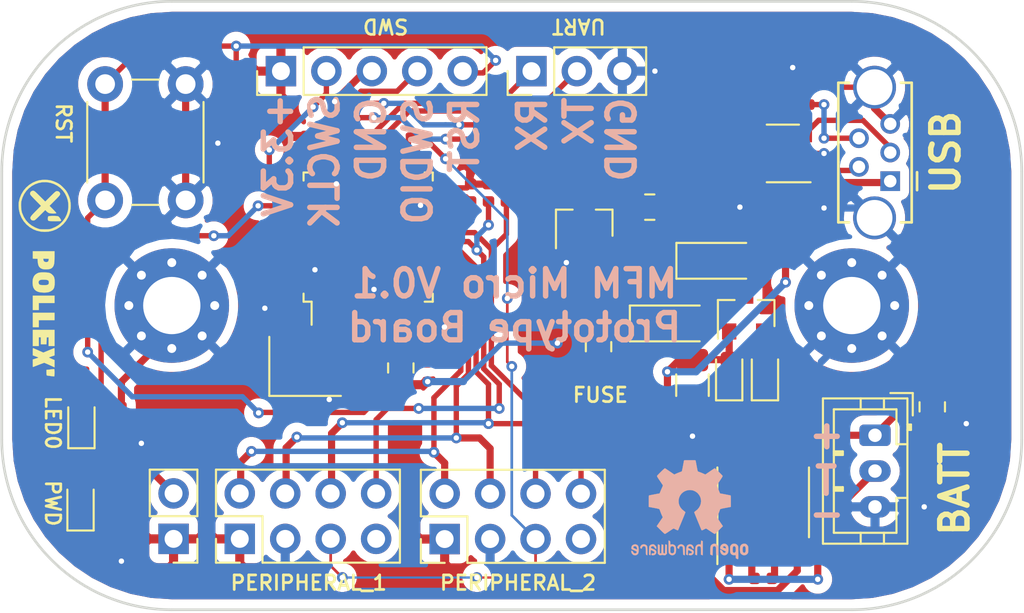
<source format=kicad_pcb>
(kicad_pcb (version 20171130) (host pcbnew "(5.1.6)-1")
  (layers (0 F.Cu signal) (1 In1.Cu signal) (2 In2.Cu signal) (31 B.Cu signal) (34 B.Paste user) (35 F.Paste user) (36 B.SilkS user) (37 F.SilkS user) (38 B.Mask user) (39 F.Mask user) (44 Edge.Cuts user))
  (net 0 "")
  (net 1 GND)
  (net 2 +3V3)
  (net 3 VBUS)
  (net 4 +BATT)
  (net 5 +3.3VA)
  (net 6 XOSC_IN)
  (net 7 NRST)
  (net 8 VCC)
  (net 9 "Net-(D2-Pad1)")
  (net 10 "Net-(D3-Pad1)")
  (net 11 "Net-(D4-Pad2)")
  (net 12 "Net-(D5-Pad1)")
  (net 13 "Net-(D6-Pad1)")
  (net 14 "Net-(D6-Pad2)")
  (net 15 "Net-(F1-Pad2)")
  (net 16 USB_CONN_D-)
  (net 17 USB_CONN_D+)
  (net 18 "Net-(J1-Pad4)")
  (net 19 BATT_T)
  (net 20 SWCLK)
  (net 21 SWDIO)
  (net 22 UART1_RX)
  (net 23 UART1_TX)
  (net 24 P_EXTI)
  (net 25 SPI_MOSI)
  (net 26 SPI_MISO)
  (net 27 SPI_SS1)
  (net 28 SPI_SCK)
  (net 29 SPI_SS2)
  (net 30 "Net-(R3-Pad2)")
  (net 31 "Net-(R5-Pad2)")
  (net 32 "Net-(R6-Pad2)")
  (net 33 "Net-(R8-Pad2)")
  (net 34 BOOT0)
  (net 35 XOSC_OUT)
  (net 36 LED0)
  (net 37 "Net-(U4-Pad2)")
  (net 38 "Net-(U4-Pad3)")
  (net 39 "Net-(U4-Pad4)")
  (net 40 "Net-(U4-Pad10)")
  (net 41 "Net-(U4-Pad11)")
  (net 42 "Net-(U4-Pad12)")
  (net 43 "Net-(U4-Pad13)")
  (net 44 "Net-(U4-Pad14)")
  (net 45 "Net-(U4-Pad20)")
  (net 46 "Net-(U4-Pad21)")
  (net 47 "Net-(U4-Pad22)")
  (net 48 "Net-(U4-Pad25)")
  (net 49 "Net-(U4-Pad27)")
  (net 50 "Net-(U4-Pad28)")
  (net 51 "Net-(U4-Pad29)")
  (net 52 USB_D-)
  (net 53 USB_D+)
  (net 54 "Net-(U4-Pad38)")
  (net 55 "Net-(U4-Pad40)")
  (net 56 "Net-(U4-Pad41)")
  (net 57 "Net-(U4-Pad42)")
  (net 58 "Net-(U4-Pad43)")
  (net 59 "Net-(U4-Pad45)")
  (net 60 "Net-(U4-Pad46)")
  (net 61 "Net-(C2-Pad1)")
  (net 62 "Net-(C13-Pad1)")
  (net 63 "Net-(P1-Pad7)")
  (net 64 "Net-(P2-Pad7)")
  (module Symbol:OSHW-Logo2_7.3x6mm_SilkScreen (layer B.Cu) (at 152.8 110.2 180)
    (fp_text reference REF** hide)
    (fp_text value OSHW-Logo2_7.3x6mm_SilkScreen hide)
  )
  (module lib:pollex-logo (layer F.Cu) (at 116.75 98.6 270)
    (fp_text reference G*** hide)
    (fp_text value LOGO hide)
  )
  (module Crystal:Crystal_SMD_3225-4Pin_3.2x2.5mm (layer F.Cu) (at 131.3 102.2)
    (fp_text reference XOSC1)
    (fp_text value 16MHz)
    (pad 1 smd rect (at -1.1 0.85) (size 1.4 1.2) (layers F.Cu F.Paste F.Mask) (net 6 XOSC_IN))
    (pad 2 smd rect (at 1.1 0.85) (size 1.4 1.2) (layers F.Cu F.Paste F.Mask) (net 1 GND))
    (pad 3 smd rect (at 1.1 -0.85) (size 1.4 1.2) (layers F.Cu F.Paste F.Mask) (net 62 "Net-(C13-Pad1)"))
    (pad 4 smd rect (at -1.1 -0.85) (size 1.4 1.2) (layers F.Cu F.Paste F.Mask) (net 1 GND))
  )
  (module Package_QFP:LQFP-48_7x7mm_P0.5mm (layer F.Cu) (at 134.825 94.975 90)
    (fp_text reference U4)
    (fp_text value STM32L072CBTx)
    (pad 1 smd roundrect (at -4.1625 -2.75 90) (size 1.475 0.3) (layers F.Cu F.Paste F.Mask) (net 2 +3V3))
    (pad 2 smd roundrect (at -4.1625 -2.25 90) (size 1.475 0.3) (layers F.Cu F.Paste F.Mask) (net 37 "Net-(U4-Pad2)"))
    (pad 3 smd roundrect (at -4.1625 -1.75 90) (size 1.475 0.3) (layers F.Cu F.Paste F.Mask) (net 38 "Net-(U4-Pad3)"))
    (pad 4 smd roundrect (at -4.1625 -1.25 90) (size 1.475 0.3) (layers F.Cu F.Paste F.Mask) (net 39 "Net-(U4-Pad4)"))
    (pad 5 smd roundrect (at -4.1625 -0.75 90) (size 1.475 0.3) (layers F.Cu F.Paste F.Mask) (net 6 XOSC_IN))
    (pad 6 smd roundrect (at -4.1625 -0.25 90) (size 1.475 0.3) (layers F.Cu F.Paste F.Mask) (net 35 XOSC_OUT))
    (pad 7 smd roundrect (at -4.1625 0.25 90) (size 1.475 0.3) (layers F.Cu F.Paste F.Mask) (net 7 NRST))
    (pad 8 smd roundrect (at -4.1625 0.75 90) (size 1.475 0.3) (layers F.Cu F.Paste F.Mask) (net 1 GND))
    (pad 9 smd roundrect (at -4.1625 1.25 90) (size 1.475 0.3) (layers F.Cu F.Paste F.Mask) (net 5 +3.3VA))
    (pad 10 smd roundrect (at -4.1625 1.75 90) (size 1.475 0.3) (layers F.Cu F.Paste F.Mask) (net 40 "Net-(U4-Pad10)"))
    (pad 11 smd roundrect (at -4.1625 2.25 90) (size 1.475 0.3) (layers F.Cu F.Paste F.Mask) (net 41 "Net-(U4-Pad11)"))
    (pad 12 smd roundrect (at -4.1625 2.75 90) (size 1.475 0.3) (layers F.Cu F.Paste F.Mask) (net 42 "Net-(U4-Pad12)"))
    (pad 13 smd roundrect (at -2.75 4.1625 90) (size 0.3 1.475) (layers F.Cu F.Paste F.Mask) (net 43 "Net-(U4-Pad13)"))
    (pad 14 smd roundrect (at -2.25 4.1625 90) (size 0.3 1.475) (layers F.Cu F.Paste F.Mask) (net 44 "Net-(U4-Pad14)"))
    (pad 15 smd roundrect (at -1.75 4.1625 90) (size 0.3 1.475) (layers F.Cu F.Paste F.Mask) (net 28 SPI_SCK))
    (pad 16 smd roundrect (at -1.25 4.1625 90) (size 0.3 1.475) (layers F.Cu F.Paste F.Mask) (net 26 SPI_MISO))
    (pad 17 smd roundrect (at -0.75 4.1625 90) (size 0.3 1.475) (layers F.Cu F.Paste F.Mask) (net 25 SPI_MOSI))
    (pad 18 smd roundrect (at -0.25 4.1625 90) (size 0.3 1.475) (layers F.Cu F.Paste F.Mask) (net 27 SPI_SS1))
    (pad 19 smd roundrect (at 0.25 4.1625 90) (size 0.3 1.475) (layers F.Cu F.Paste F.Mask) (net 29 SPI_SS2))
    (pad 20 smd roundrect (at 0.75 4.1625 90) (size 0.3 1.475) (layers F.Cu F.Paste F.Mask) (net 45 "Net-(U4-Pad20)"))
    (pad 21 smd roundrect (at 1.25 4.1625 90) (size 0.3 1.475) (layers F.Cu F.Paste F.Mask) (net 46 "Net-(U4-Pad21)"))
    (pad 22 smd roundrect (at 1.75 4.1625 90) (size 0.3 1.475) (layers F.Cu F.Paste F.Mask) (net 47 "Net-(U4-Pad22)"))
    (pad 23 smd roundrect (at 2.25 4.1625 90) (size 0.3 1.475) (layers F.Cu F.Paste F.Mask) (net 1 GND))
    (pad 24 smd roundrect (at 2.75 4.1625 90) (size 0.3 1.475) (layers F.Cu F.Paste F.Mask) (net 2 +3V3))
    (pad 25 smd roundrect (at 4.1625 2.75 90) (size 1.475 0.3) (layers F.Cu F.Paste F.Mask) (net 48 "Net-(U4-Pad25)"))
    (pad 26 smd roundrect (at 4.1625 2.25 90) (size 1.475 0.3) (layers F.Cu F.Paste F.Mask) (net 24 P_EXTI))
    (pad 27 smd roundrect (at 4.1625 1.75 90) (size 1.475 0.3) (layers F.Cu F.Paste F.Mask) (net 49 "Net-(U4-Pad27)"))
    (pad 28 smd roundrect (at 4.1625 1.25 90) (size 1.475 0.3) (layers F.Cu F.Paste F.Mask) (net 50 "Net-(U4-Pad28)"))
    (pad 29 smd roundrect (at 4.1625 0.75 90) (size 1.475 0.3) (layers F.Cu F.Paste F.Mask) (net 51 "Net-(U4-Pad29)"))
    (pad 30 smd roundrect (at 4.1625 0.25 90) (size 1.475 0.3) (layers F.Cu F.Paste F.Mask) (net 23 UART1_TX))
    (pad 31 smd roundrect (at 4.1625 -0.25 90) (size 1.475 0.3) (layers F.Cu F.Paste F.Mask) (net 22 UART1_RX))
    (pad 32 smd roundrect (at 4.1625 -0.75 90) (size 1.475 0.3) (layers F.Cu F.Paste F.Mask) (net 52 USB_D-))
    (pad 33 smd roundrect (at 4.1625 -1.25 90) (size 1.475 0.3) (layers F.Cu F.Paste F.Mask) (net 53 USB_D+))
    (pad 34 smd roundrect (at 4.1625 -1.75 90) (size 1.475 0.3) (layers F.Cu F.Paste F.Mask) (net 21 SWDIO))
    (pad 35 smd roundrect (at 4.1625 -2.25 90) (size 1.475 0.3) (layers F.Cu F.Paste F.Mask) (net 1 GND))
    (pad 36 smd roundrect (at 4.1625 -2.75 90) (size 1.475 0.3) (layers F.Cu F.Paste F.Mask) (net 2 +3V3))
    (pad 37 smd roundrect (at 2.75 -4.1625 90) (size 0.3 1.475) (layers F.Cu F.Paste F.Mask) (net 20 SWCLK))
    (pad 38 smd roundrect (at 2.25 -4.1625 90) (size 0.3 1.475) (layers F.Cu F.Paste F.Mask) (net 54 "Net-(U4-Pad38)"))
    (pad 39 smd roundrect (at 1.75 -4.1625 90) (size 0.3 1.475) (layers F.Cu F.Paste F.Mask) (net 36 LED0))
    (pad 40 smd roundrect (at 1.25 -4.1625 90) (size 0.3 1.475) (layers F.Cu F.Paste F.Mask) (net 55 "Net-(U4-Pad40)"))
    (pad 41 smd roundrect (at 0.75 -4.1625 90) (size 0.3 1.475) (layers F.Cu F.Paste F.Mask) (net 56 "Net-(U4-Pad41)"))
    (pad 42 smd roundrect (at 0.25 -4.1625 90) (size 0.3 1.475) (layers F.Cu F.Paste F.Mask) (net 57 "Net-(U4-Pad42)"))
    (pad 43 smd roundrect (at -0.25 -4.1625 90) (size 0.3 1.475) (layers F.Cu F.Paste F.Mask) (net 58 "Net-(U4-Pad43)"))
    (pad 44 smd roundrect (at -0.75 -4.1625 90) (size 0.3 1.475) (layers F.Cu F.Paste F.Mask) (net 34 BOOT0))
    (pad 45 smd roundrect (at -1.25 -4.1625 90) (size 0.3 1.475) (layers F.Cu F.Paste F.Mask) (net 59 "Net-(U4-Pad45)"))
    (pad 46 smd roundrect (at -1.75 -4.1625 90) (size 0.3 1.475) (layers F.Cu F.Paste F.Mask) (net 60 "Net-(U4-Pad46)"))
    (pad 47 smd roundrect (at -2.25 -4.1625 90) (size 0.3 1.475) (layers F.Cu F.Paste F.Mask) (net 1 GND))
    (pad 48 smd roundrect (at -2.75 -4.1625 90) (size 0.3 1.475) (layers F.Cu F.Paste F.Mask) (net 2 +3V3))
  )
  (module Connector_PinHeader_2.54mm:PinHeader_2x04_P2.54mm_Vertical (layer F.Cu) (at 139.1 111.85 90)
    (fp_text reference P2)
    (fp_text value Peripheral2_connector)
    (pad 1 thru_hole rect (at 0 0 90) (size 1.7 1.7) (drill 1) (layers *.Cu *.Mask) (net 2 +3V3))
    (pad 2 thru_hole oval (at 2.54 0 90) (size 1.7 1.7) (drill 1) (layers *.Cu *.Mask) (net 28 SPI_SCK))
    (pad 3 thru_hole oval (at 0 2.54 90) (size 1.7 1.7) (drill 1) (layers *.Cu *.Mask) (net 1 GND))
    (pad 4 thru_hole oval (at 2.54 2.54 90) (size 1.7 1.7) (drill 1) (layers *.Cu *.Mask) (net 26 SPI_MISO))
    (pad 5 thru_hole oval (at 0 5.08 90) (size 1.7 1.7) (drill 1) (layers *.Cu *.Mask) (net 24 P_EXTI))
    (pad 6 thru_hole oval (at 2.54 5.08 90) (size 1.7 1.7) (drill 1) (layers *.Cu *.Mask) (net 25 SPI_MOSI))
    (pad 7 thru_hole oval (at 0 7.62 90) (size 1.7 1.7) (drill 1) (layers *.Cu *.Mask) (net 64 "Net-(P2-Pad7)"))
    (pad 8 thru_hole oval (at 2.54 7.62 90) (size 1.7 1.7) (drill 1) (layers *.Cu *.Mask) (net 29 SPI_SS2))
  )
  (module Connector_PinHeader_2.54mm:PinHeader_1x03_P2.54mm_Vertical (layer F.Cu) (at 143.95 85.7 90)
    (fp_text reference J4)
    (fp_text value Conn_01x03)
    (pad 3 thru_hole oval (at 0 5.08 90) (size 1.7 1.7) (drill 1) (layers *.Cu *.Mask) (net 1 GND))
    (pad 2 thru_hole oval (at 0 2.54 90) (size 1.7 1.7) (drill 1) (layers *.Cu *.Mask) (net 23 UART1_TX))
    (pad 1 thru_hole rect (at 0 0 90) (size 1.7 1.7) (drill 1) (layers *.Cu *.Mask) (net 22 UART1_RX))
  )
  (module MountingHole:MountingHole_3.2mm_M3_Pad_Via (layer F.Cu) (at 123.85 98.8)
    (fp_text reference H2)
    (fp_text value MountingHole_Pad)
    (pad 1 thru_hole circle (at 1.697056 -1.697056) (size 0.8 0.8) (drill 0.5) (layers *.Cu *.Mask) (net 1 GND))
    (pad 1 thru_hole circle (at 0 -2.4) (size 0.8 0.8) (drill 0.5) (layers *.Cu *.Mask) (net 1 GND))
    (pad 1 thru_hole circle (at -1.697056 -1.697056) (size 0.8 0.8) (drill 0.5) (layers *.Cu *.Mask) (net 1 GND))
    (pad 1 thru_hole circle (at -2.4 0) (size 0.8 0.8) (drill 0.5) (layers *.Cu *.Mask) (net 1 GND))
    (pad 1 thru_hole circle (at -1.697056 1.697056) (size 0.8 0.8) (drill 0.5) (layers *.Cu *.Mask) (net 1 GND))
    (pad 1 thru_hole circle (at 0 2.4) (size 0.8 0.8) (drill 0.5) (layers *.Cu *.Mask) (net 1 GND))
    (pad 1 thru_hole circle (at 1.697056 1.697056) (size 0.8 0.8) (drill 0.5) (layers *.Cu *.Mask) (net 1 GND))
    (pad 1 thru_hole circle (at 2.4 0) (size 0.8 0.8) (drill 0.5) (layers *.Cu *.Mask) (net 1 GND))
    (pad 1 thru_hole circle (at 0 0) (size 6.4 6.4) (drill 3.2) (layers *.Cu *.Mask) (net 1 GND))
  )
  (module MountingHole:MountingHole_3.2mm_M3_Pad_Via (layer F.Cu) (at 161.85 98.8)
    (fp_text reference H1)
    (fp_text value MountingHole_Pad)
    (pad 1 thru_hole circle (at 0 0) (size 6.4 6.4) (drill 3.2) (layers *.Cu *.Mask) (net 1 GND))
    (pad 1 thru_hole circle (at 2.4 0) (size 0.8 0.8) (drill 0.5) (layers *.Cu *.Mask) (net 1 GND))
    (pad 1 thru_hole circle (at 1.697056 1.697056) (size 0.8 0.8) (drill 0.5) (layers *.Cu *.Mask) (net 1 GND))
    (pad 1 thru_hole circle (at 0 2.4) (size 0.8 0.8) (drill 0.5) (layers *.Cu *.Mask) (net 1 GND))
    (pad 1 thru_hole circle (at -1.697056 1.697056) (size 0.8 0.8) (drill 0.5) (layers *.Cu *.Mask) (net 1 GND))
    (pad 1 thru_hole circle (at -2.4 0) (size 0.8 0.8) (drill 0.5) (layers *.Cu *.Mask) (net 1 GND))
    (pad 1 thru_hole circle (at -1.697056 -1.697056) (size 0.8 0.8) (drill 0.5) (layers *.Cu *.Mask) (net 1 GND))
    (pad 1 thru_hole circle (at 0 -2.4) (size 0.8 0.8) (drill 0.5) (layers *.Cu *.Mask) (net 1 GND))
    (pad 1 thru_hole circle (at 1.697056 -1.697056) (size 0.8 0.8) (drill 0.5) (layers *.Cu *.Mask) (net 1 GND))
  )
  (module Capacitor_SMD:C_0402_1005Metric (layer F.Cu) (at 158.5 87.085 90)
    (fp_text reference C1)
    (fp_text value 4.7u)
    (pad 1 smd roundrect (at -0.485 0 90) (size 0.59 0.64) (layers F.Cu F.Paste F.Mask) (net 3 VBUS))
    (pad 2 smd roundrect (at 0.485 0 90) (size 0.59 0.64) (layers F.Cu F.Paste F.Mask) (net 1 GND))
  )
  (module Capacitor_SMD:C_0402_1005Metric (layer F.Cu) (at 153.4 93.3)
    (fp_text reference C2)
    (fp_text value 1u)
    (pad 1 smd roundrect (at -0.485 0) (size 0.59 0.64) (layers F.Cu F.Paste F.Mask) (net 61 "Net-(C2-Pad1)"))
    (pad 2 smd roundrect (at 0.485 0) (size 0.59 0.64) (layers F.Cu F.Paste F.Mask) (net 1 GND))
  )
  (module Capacitor_SMD:C_0402_1005Metric (layer F.Cu) (at 147.5 96.4 180)
    (fp_text reference C3)
    (fp_text value 1u)
    (pad 2 smd roundrect (at 0.485 0 180) (size 0.59 0.64) (layers F.Cu F.Paste F.Mask) (net 1 GND))
    (pad 1 smd roundrect (at -0.485 0 180) (size 0.59 0.64) (layers F.Cu F.Paste F.Mask) (net 2 +3V3))
  )
  (module Capacitor_SMD:C_0805_2012Metric (layer F.Cu) (at 166.35 104.4625 270)
    (fp_text reference C4)
    (fp_text value 10u)
    (pad 1 smd roundrect (at -0.9375 0 270) (size 0.975 1.4) (layers F.Cu F.Paste F.Mask) (net 4 +BATT))
    (pad 2 smd roundrect (at 0.9375 0 270) (size 0.975 1.4) (layers F.Cu F.Paste F.Mask) (net 1 GND))
  )
  (module Capacitor_SMD:C_0402_1005Metric (layer F.Cu) (at 128.15 96.5 90)
    (fp_text reference C5)
    (fp_text value 10u)
    (pad 1 smd roundrect (at -0.485 0 90) (size 0.59 0.64) (layers F.Cu F.Paste F.Mask) (net 2 +3V3))
    (pad 2 smd roundrect (at 0.485 0 90) (size 0.59 0.64) (layers F.Cu F.Paste F.Mask) (net 1 GND))
  )
  (module Capacitor_SMD:C_0402_1005Metric (layer F.Cu) (at 129.15 97.5 90)
    (fp_text reference C6)
    (fp_text value 100n)
    (pad 2 smd roundrect (at 0.485 0 90) (size 0.59 0.64) (layers F.Cu F.Paste F.Mask) (net 1 GND))
    (pad 1 smd roundrect (at -0.485 0 90) (size 0.59 0.64) (layers F.Cu F.Paste F.Mask) (net 2 +3V3))
  )
  (module Capacitor_SMD:C_0402_1005Metric (layer F.Cu) (at 140.55 92.5 270)
    (fp_text reference C7)
    (fp_text value 100n)
    (pad 1 smd roundrect (at -0.485 0 270) (size 0.59 0.64) (layers F.Cu F.Paste F.Mask) (net 2 +3V3))
    (pad 2 smd roundrect (at 0.485 0 270) (size 0.59 0.64) (layers F.Cu F.Paste F.Mask) (net 1 GND))
  )
  (module Capacitor_SMD:C_0402_1005Metric (layer F.Cu) (at 131.835 89.35)
    (fp_text reference C8)
    (fp_text value 100n)
    (pad 2 smd roundrect (at 0.485 0) (size 0.59 0.64) (layers F.Cu F.Paste F.Mask) (net 1 GND))
    (pad 1 smd roundrect (at -0.485 0) (size 0.59 0.64) (layers F.Cu F.Paste F.Mask) (net 2 +3V3))
  )
  (module Capacitor_SMD:C_0402_1005Metric (layer F.Cu) (at 130.35 99.15 90)
    (fp_text reference C9)
    (fp_text value 100n)
    (pad 1 smd roundrect (at -0.485 0 90) (size 0.59 0.64) (layers F.Cu F.Paste F.Mask) (net 2 +3V3))
    (pad 2 smd roundrect (at 0.485 0 90) (size 0.59 0.64) (layers F.Cu F.Paste F.Mask) (net 1 GND))
  )
  (module Capacitor_SMD:C_0402_1005Metric (layer F.Cu) (at 138.6 101.95)
    (fp_text reference C10)
    (fp_text value 100n)
    (pad 2 smd roundrect (at 0.485 0) (size 0.59 0.64) (layers F.Cu F.Paste F.Mask) (net 1 GND))
    (pad 1 smd roundrect (at -0.485 0) (size 0.59 0.64) (layers F.Cu F.Paste F.Mask) (net 5 +3.3VA))
  )
  (module Capacitor_SMD:C_0402_1005Metric (layer F.Cu) (at 138.6 100.95)
    (fp_text reference C11)
    (fp_text value 1u)
    (pad 1 smd roundrect (at -0.485 0) (size 0.59 0.64) (layers F.Cu F.Paste F.Mask) (net 5 +3.3VA))
    (pad 2 smd roundrect (at 0.485 0) (size 0.59 0.64) (layers F.Cu F.Paste F.Mask) (net 1 GND))
  )
  (module Capacitor_SMD:C_0402_1005Metric (layer F.Cu) (at 128.65 102.115 90)
    (fp_text reference C12)
    (fp_text value 12p)
    (pad 1 smd roundrect (at -0.485 0 90) (size 0.59 0.64) (layers F.Cu F.Paste F.Mask) (net 6 XOSC_IN))
    (pad 2 smd roundrect (at 0.485 0 90) (size 0.59 0.64) (layers F.Cu F.Paste F.Mask) (net 1 GND))
  )
  (module Capacitor_SMD:C_0402_1005Metric (layer F.Cu) (at 133.975 103.335 270)
    (fp_text reference C13)
    (fp_text value 12p)
    (pad 2 smd roundrect (at 0.485 0 270) (size 0.59 0.64) (layers F.Cu F.Paste F.Mask) (net 1 GND))
    (pad 1 smd roundrect (at -0.485 0 270) (size 0.59 0.64) (layers F.Cu F.Paste F.Mask) (net 62 "Net-(C13-Pad1)"))
  )
  (module Diode_SMD:D_SOD-123 (layer F.Cu) (at 151.7 99.8)
    (fp_text reference D1)
    (fp_text value B5819W)
    (pad 2 smd rect (at 1.65 0) (size 0.9 1.2) (layers F.Cu F.Paste F.Mask) (net 3 VBUS))
    (pad 1 smd rect (at -1.65 0) (size 0.9 1.2) (layers F.Cu F.Paste F.Mask) (net 8 VCC))
  )
  (module LED_SMD:LED_0603_1608Metric (layer F.Cu) (at 157 102.6125 90)
    (fp_text reference D2)
    (fp_text value Green)
    (pad 1 smd roundrect (at -0.7875 0 90) (size 0.875 0.95) (layers F.Cu F.Paste F.Mask) (net 9 "Net-(D2-Pad1)"))
    (pad 2 smd roundrect (at 0.7875 0 90) (size 0.875 0.95) (layers F.Cu F.Paste F.Mask) (net 3 VBUS))
  )
  (module LED_SMD:LED_0603_1608Metric (layer F.Cu) (at 155 102.6125 90)
    (fp_text reference D3)
    (fp_text value Red)
    (pad 2 smd roundrect (at 0.7875 0 90) (size 0.875 0.95) (layers F.Cu F.Paste F.Mask) (net 3 VBUS))
    (pad 1 smd roundrect (at -0.7875 0 90) (size 0.875 0.95) (layers F.Cu F.Paste F.Mask) (net 10 "Net-(D3-Pad1)"))
  )
  (module Diode_SMD:D_SOD-123 (layer F.Cu) (at 154.3 96.3)
    (fp_text reference D4)
    (fp_text value B5819W)
    (pad 1 smd rect (at -1.65 0) (size 0.9 1.2) (layers F.Cu F.Paste F.Mask) (net 8 VCC))
    (pad 2 smd rect (at 1.65 0) (size 0.9 1.2) (layers F.Cu F.Paste F.Mask) (net 11 "Net-(D4-Pad2)"))
  )
  (module LED_SMD:LED_0603_1608Metric (layer F.Cu) (at 118.8 105.2875 90)
    (fp_text reference D5)
    (fp_text value Green)
    (pad 2 smd roundrect (at 0.7875 0 90) (size 0.875 0.95) (layers F.Cu F.Paste F.Mask) (net 36 LED0))
    (pad 1 smd roundrect (at -0.7875 0 90) (size 0.875 0.95) (layers F.Cu F.Paste F.Mask) (net 12 "Net-(D5-Pad1)"))
  )
  (module LED_SMD:LED_0603_1608Metric (layer F.Cu) (at 118.75 109.8875 90)
    (fp_text reference D6)
    (fp_text value Red)
    (pad 1 smd roundrect (at -0.7875 0 90) (size 0.875 0.95) (layers F.Cu F.Paste F.Mask) (net 13 "Net-(D6-Pad1)"))
    (pad 2 smd roundrect (at 0.7875 0 90) (size 0.875 0.95) (layers F.Cu F.Paste F.Mask) (net 14 "Net-(D6-Pad2)"))
  )
  (module Fuse:Fuse_0805_2012Metric (layer F.Cu) (at 147.7 101.1 90)
    (fp_text reference F1)
    (fp_text value Fuse_Small)
    (pad 1 smd roundrect (at -0.9375 0 90) (size 0.975 1.4) (layers F.Cu F.Paste F.Mask) (net 8 VCC))
    (pad 2 smd roundrect (at 0.9375 0 90) (size 0.975 1.4) (layers F.Cu F.Paste F.Mask) (net 15 "Net-(F1-Pad2)"))
  )
  (module Inductor_SMD:L_0805_2012Metric (layer F.Cu) (at 150.5625 93.3)
    (fp_text reference FB1)
    (fp_text value 100/100MHz)
    (pad 1 smd roundrect (at -0.9375 0) (size 0.975 1.4) (layers F.Cu F.Paste F.Mask) (net 15 "Net-(F1-Pad2)"))
    (pad 2 smd roundrect (at 0.9375 0) (size 0.975 1.4) (layers F.Cu F.Paste F.Mask) (net 61 "Net-(C2-Pad1)"))
  )
  (module Inductor_SMD:L_0805_2012Metric (layer F.Cu) (at 136.65 102.2875 90)
    (fp_text reference FB2)
    (fp_text value "100 @ 100MHz")
    (pad 2 smd roundrect (at 0.9375 0 90) (size 0.975 1.4) (layers F.Cu F.Paste F.Mask) (net 5 +3.3VA))
    (pad 1 smd roundrect (at -0.9375 0 90) (size 0.975 1.4) (layers F.Cu F.Paste F.Mask) (net 2 +3V3))
  )
  (module Connector_USB:USB_Mini-B_Tensility_54-00023_Vertical_CircularHoles (layer F.Cu) (at 164 91.85 90)
    (fp_text reference J1)
    (fp_text value USB_B_Mini)
    (pad 1 thru_hole rect (at 0 0 90) (size 1.1 1.1) (drill 0.7) (layers *.Cu *.Mask) (net 3 VBUS))
    (pad 2 thru_hole circle (at 0.8 -1.75 90) (size 1.1 1.1) (drill 0.7) (layers *.Cu *.Mask) (net 16 USB_CONN_D-))
    (pad 3 thru_hole circle (at 1.6 0 90) (size 1.1 1.1) (drill 0.7) (layers *.Cu *.Mask) (net 17 USB_CONN_D+))
    (pad 4 thru_hole circle (at 2.4 -1.75 90) (size 1.1 1.1) (drill 0.7) (layers *.Cu *.Mask) (net 18 "Net-(J1-Pad4)"))
    (pad 5 thru_hole circle (at 3.2 0 90) (size 1.1 1.1) (drill 0.7) (layers *.Cu *.Mask) (net 1 GND))
    (pad 6 thru_hole circle (at -2.05 -0.875 90) (size 2.4 2.4) (drill 2) (layers *.Cu *.Mask) (net 1 GND))
    (pad 6 thru_hole circle (at 5.25 -0.875 90) (size 2.4 2.4) (drill 2) (layers *.Cu *.Mask) (net 1 GND))
  )
  (module Connector_JST:JST_PH_B3B-PH-K_1x03_P2.00mm_Vertical (layer F.Cu) (at 163.15 106.05 270)
    (fp_text reference J2)
    (fp_text value "JST PH 3")
    (pad 1 thru_hole roundrect (at 0 0 270) (size 1.2 1.75) (drill 0.75) (layers *.Cu *.Mask) (roundrect_rratio 0.208333) (net 4 +BATT))
    (pad 2 thru_hole oval (at 2 0 270) (size 1.2 1.75) (drill 0.75) (layers *.Cu *.Mask) (net 19 BATT_T))
    (pad 3 thru_hole oval (at 4 0 270) (size 1.2 1.75) (drill 0.75) (layers *.Cu *.Mask) (net 1 GND))
  )
  (module Connector_PinHeader_2.54mm:PinHeader_1x05_P2.54mm_Vertical (layer F.Cu) (at 129.95 85.7 90)
    (fp_text reference J3)
    (fp_text value SWD_connector)
    (pad 1 thru_hole rect (at 0 0 90) (size 1.7 1.7) (drill 1) (layers *.Cu *.Mask) (net 2 +3V3))
    (pad 2 thru_hole oval (at 0 2.54 90) (size 1.7 1.7) (drill 1) (layers *.Cu *.Mask) (net 20 SWCLK))
    (pad 3 thru_hole oval (at 0 5.08 90) (size 1.7 1.7) (drill 1) (layers *.Cu *.Mask) (net 1 GND))
    (pad 4 thru_hole oval (at 0 7.62 90) (size 1.7 1.7) (drill 1) (layers *.Cu *.Mask) (net 21 SWDIO))
    (pad 5 thru_hole oval (at 0 10.16 90) (size 1.7 1.7) (drill 1) (layers *.Cu *.Mask) (net 7 NRST))
  )
  (module Connector_PinHeader_2.54mm:PinHeader_2x04_P2.54mm_Vertical (layer F.Cu) (at 127.65 111.84 90)
    (fp_text reference P1)
    (fp_text value Peripheral1_connector)
    (pad 8 thru_hole oval (at 2.54 7.62 90) (size 1.7 1.7) (drill 1) (layers *.Cu *.Mask) (net 27 SPI_SS1))
    (pad 7 thru_hole oval (at 0 7.62 90) (size 1.7 1.7) (drill 1) (layers *.Cu *.Mask) (net 63 "Net-(P1-Pad7)"))
    (pad 6 thru_hole oval (at 2.54 5.08 90) (size 1.7 1.7) (drill 1) (layers *.Cu *.Mask) (net 25 SPI_MOSI))
    (pad 5 thru_hole oval (at 0 5.08 90) (size 1.7 1.7) (drill 1) (layers *.Cu *.Mask) (net 24 P_EXTI))
    (pad 4 thru_hole oval (at 2.54 2.54 90) (size 1.7 1.7) (drill 1) (layers *.Cu *.Mask) (net 26 SPI_MISO))
    (pad 3 thru_hole oval (at 0 2.54 90) (size 1.7 1.7) (drill 1) (layers *.Cu *.Mask) (net 1 GND))
    (pad 2 thru_hole oval (at 2.54 0 90) (size 1.7 1.7) (drill 1) (layers *.Cu *.Mask) (net 28 SPI_SCK))
    (pad 1 thru_hole rect (at 0 0 90) (size 1.7 1.7) (drill 1) (layers *.Cu *.Mask) (net 2 +3V3))
  )
  (module Package_TO_SOT_SMD:SOT-23 (layer F.Cu) (at 155.95 99.25 90)
    (fp_text reference Q1)
    (fp_text value AO3401A)
    (pad 3 smd rect (at 1 0 90) (size 0.9 0.8) (layers F.Cu F.Paste F.Mask) (net 11 "Net-(D4-Pad2)"))
    (pad 2 smd rect (at -1 0.95 90) (size 0.9 0.8) (layers F.Cu F.Paste F.Mask) (net 4 +BATT))
    (pad 1 smd rect (at -1 -0.95 90) (size 0.9 0.8) (layers F.Cu F.Paste F.Mask) (net 3 VBUS))
  )
  (module Resistor_SMD:R_1206_3216Metric (layer F.Cu) (at 152.95 103.25 270)
    (fp_text reference R1)
    (fp_text value 10k)
    (pad 1 smd roundrect (at -1.4 0 270) (size 1.25 1.75) (layers F.Cu F.Paste F.Mask) (roundrect_rratio 0.2) (net 3 VBUS))
    (pad 2 smd roundrect (at 1.4 0 270) (size 1.25 1.75) (layers F.Cu F.Paste F.Mask) (roundrect_rratio 0.2) (net 1 GND))
  )
  (module Resistor_SMD:R_0402_1005Metric (layer F.Cu) (at 153.65 112.535 90)
    (fp_text reference R2)
    (fp_text value 5.1k)
    (pad 1 smd roundrect (at -0.485 0 90) (size 0.59 0.64) (layers F.Cu F.Paste F.Mask) (net 3 VBUS))
    (pad 2 smd roundrect (at 0.485 0 90) (size 0.59 0.64) (layers F.Cu F.Paste F.Mask) (net 19 BATT_T))
  )
  (module Resistor_SMD:R_0402_1005Metric (layer F.Cu) (at 155.115 104.85 180)
    (fp_text reference R3)
    (fp_text value 100)
    (pad 1 smd roundrect (at -0.485 0 180) (size 0.59 0.64) (layers F.Cu F.Paste F.Mask) (net 10 "Net-(D3-Pad1)"))
    (pad 2 smd roundrect (at 0.485 0 180) (size 0.59 0.64) (layers F.Cu F.Paste F.Mask) (net 30 "Net-(R3-Pad2)"))
  )
  (module Resistor_SMD:R_0402_1005Metric (layer F.Cu) (at 159.45 87.085 90)
    (fp_text reference R4)
    (fp_text value 10k)
    (pad 2 smd roundrect (at 0.485 0 90) (size 0.59 0.64) (layers F.Cu F.Paste F.Mask) (net 1 GND))
    (pad 1 smd roundrect (at -0.485 0 90) (size 0.59 0.64) (layers F.Cu F.Paste F.Mask) (net 18 "Net-(J1-Pad4)"))
  )
  (module Resistor_SMD:R_0402_1005Metric (layer F.Cu) (at 157.035 104.85 180)
    (fp_text reference R5)
    (fp_text value 100)
    (pad 1 smd roundrect (at -0.485 0 180) (size 0.59 0.64) (layers F.Cu F.Paste F.Mask) (net 9 "Net-(D2-Pad1)"))
    (pad 2 smd roundrect (at 0.485 0 180) (size 0.59 0.64) (layers F.Cu F.Paste F.Mask) (net 31 "Net-(R5-Pad2)"))
  )
  (module Resistor_SMD:R_0402_1005Metric (layer F.Cu) (at 153.65 110.6 90)
    (fp_text reference R6)
    (fp_text value 56k)
    (pad 2 smd roundrect (at 0.485 0 90) (size 0.59 0.64) (layers F.Cu F.Paste F.Mask) (net 32 "Net-(R6-Pad2)"))
    (pad 1 smd roundrect (at -0.485 0 90) (size 0.59 0.64) (layers F.Cu F.Paste F.Mask) (net 19 BATT_T))
  )
  (module Resistor_SMD:R_0402_1005Metric (layer F.Cu) (at 153.65 108.665 90)
    (fp_text reference R7)
    (fp_text value 22k)
    (pad 1 smd roundrect (at -0.485 0 90) (size 0.59 0.64) (layers F.Cu F.Paste F.Mask) (net 32 "Net-(R6-Pad2)"))
    (pad 2 smd roundrect (at 0.485 0 90) (size 0.59 0.64) (layers F.Cu F.Paste F.Mask) (net 1 GND))
  )
  (module Resistor_SMD:R_0402_1005Metric (layer F.Cu) (at 156.9 114.05 180)
    (fp_text reference R8)
    (fp_text value 1.5k)
    (pad 2 smd roundrect (at 0.485 0 180) (size 0.59 0.64) (layers F.Cu F.Paste F.Mask) (net 33 "Net-(R8-Pad2)"))
    (pad 1 smd roundrect (at -0.485 0 180) (size 0.59 0.64) (layers F.Cu F.Paste F.Mask) (net 1 GND))
  )
  (module Resistor_SMD:R_0402_1005Metric (layer F.Cu) (at 127.45 85.885 90)
    (fp_text reference R9)
    (fp_text value 10k)
    (pad 1 smd roundrect (at -0.485 0 90) (size 0.59 0.64) (layers F.Cu F.Paste F.Mask) (net 2 +3V3))
    (pad 2 smd roundrect (at 0.485 0 90) (size 0.59 0.64) (layers F.Cu F.Paste F.Mask) (net 7 NRST))
  )
  (module Resistor_SMD:R_0402_1005Metric (layer F.Cu) (at 133.975 101.365 90)
    (fp_text reference R10)
    (fp_text value 680)
    (pad 2 smd roundrect (at 0.485 0 90) (size 0.59 0.64) (layers F.Cu F.Paste F.Mask) (net 35 XOSC_OUT))
    (pad 1 smd roundrect (at -0.485 0 90) (size 0.59 0.64) (layers F.Cu F.Paste F.Mask) (net 62 "Net-(C13-Pad1)"))
  )
  (module Resistor_SMD:R_0402_1005Metric (layer F.Cu) (at 129.15 95.5 270)
    (fp_text reference R11)
    (fp_text value 10k)
    (pad 2 smd roundrect (at 0.485 0 270) (size 0.59 0.64) (layers F.Cu F.Paste F.Mask) (net 1 GND))
    (pad 1 smd roundrect (at -0.485 0 270) (size 0.59 0.64) (layers F.Cu F.Paste F.Mask) (net 34 BOOT0))
  )
  (module Resistor_SMD:R_0402_1005Metric (layer F.Cu) (at 120.55 107.5 180)
    (fp_text reference R12)
    (fp_text value 130)
    (pad 2 smd roundrect (at 0.485 0 180) (size 0.59 0.64) (layers F.Cu F.Paste F.Mask) (net 12 "Net-(D5-Pad1)"))
    (pad 1 smd roundrect (at -0.485 0 180) (size 0.59 0.64) (layers F.Cu F.Paste F.Mask) (net 1 GND))
  )
  (module Resistor_SMD:R_0402_1005Metric (layer F.Cu) (at 120.55 106.5 180)
    (fp_text reference R13)
    (fp_text value 130)
    (pad 1 smd roundrect (at -0.485 0 180) (size 0.59 0.64) (layers F.Cu F.Paste F.Mask) (net 1 GND))
    (pad 2 smd roundrect (at 0.485 0 180) (size 0.59 0.64) (layers F.Cu F.Paste F.Mask) (net 12 "Net-(D5-Pad1)"))
  )
  (module Resistor_SMD:R_0402_1005Metric (layer F.Cu) (at 120.55 105.5 180)
    (fp_text reference R14)
    (fp_text value 130)
    (pad 1 smd roundrect (at -0.485 0 180) (size 0.59 0.64) (layers F.Cu F.Paste F.Mask) (net 1 GND))
    (pad 2 smd roundrect (at 0.485 0 180) (size 0.59 0.64) (layers F.Cu F.Paste F.Mask) (net 12 "Net-(D5-Pad1)"))
  )
  (module Resistor_SMD:R_0402_1005Metric (layer F.Cu) (at 120.55 104.5 180)
    (fp_text reference R15)
    (fp_text value 130)
    (pad 1 smd roundrect (at -0.485 0 180) (size 0.59 0.64) (layers F.Cu F.Paste F.Mask) (net 1 GND))
    (pad 2 smd roundrect (at 0.485 0 180) (size 0.59 0.64) (layers F.Cu F.Paste F.Mask) (net 12 "Net-(D5-Pad1)"))
  )
  (module Resistor_SMD:R_0402_1005Metric (layer F.Cu) (at 120.55 112.1 180)
    (fp_text reference R16)
    (fp_text value 130)
    (pad 1 smd roundrect (at -0.485 0 180) (size 0.59 0.64) (layers F.Cu F.Paste F.Mask) (net 1 GND))
    (pad 2 smd roundrect (at 0.485 0 180) (size 0.59 0.64) (layers F.Cu F.Paste F.Mask) (net 13 "Net-(D6-Pad1)"))
  )
  (module Resistor_SMD:R_0402_1005Metric (layer F.Cu) (at 120.55 111.1 180)
    (fp_text reference R17)
    (fp_text value 130)
    (pad 2 smd roundrect (at 0.485 0 180) (size 0.59 0.64) (layers F.Cu F.Paste F.Mask) (net 13 "Net-(D6-Pad1)"))
    (pad 1 smd roundrect (at -0.485 0 180) (size 0.59 0.64) (layers F.Cu F.Paste F.Mask) (net 1 GND))
  )
  (module Resistor_SMD:R_0402_1005Metric (layer F.Cu) (at 120.55 110.1 180)
    (fp_text reference R18)
    (fp_text value 130)
    (pad 2 smd roundrect (at 0.485 0 180) (size 0.59 0.64) (layers F.Cu F.Paste F.Mask) (net 13 "Net-(D6-Pad1)"))
    (pad 1 smd roundrect (at -0.485 0 180) (size 0.59 0.64) (layers F.Cu F.Paste F.Mask) (net 1 GND))
  )
  (module Resistor_SMD:R_0402_1005Metric (layer F.Cu) (at 120.55 109.1 180)
    (fp_text reference R19)
    (fp_text value 130)
    (pad 2 smd roundrect (at 0.485 0 180) (size 0.59 0.64) (layers F.Cu F.Paste F.Mask) (net 13 "Net-(D6-Pad1)"))
    (pad 1 smd roundrect (at -0.485 0 180) (size 0.59 0.64) (layers F.Cu F.Paste F.Mask) (net 1 GND))
  )
  (module Resistor_SMD:R_0402_1005Metric (layer F.Cu) (at 141.55 92.5 270)
    (fp_text reference R20)
    (fp_text value 10k)
    (pad 1 smd roundrect (at -0.485 0 270) (size 0.59 0.64) (layers F.Cu F.Paste F.Mask) (net 2 +3V3))
    (pad 2 smd roundrect (at 0.485 0 270) (size 0.59 0.64) (layers F.Cu F.Paste F.Mask) (net 27 SPI_SS1))
  )
  (module Resistor_SMD:R_0402_1005Metric (layer F.Cu) (at 142.55 92.5 270)
    (fp_text reference R21)
    (fp_text value 10k)
    (pad 2 smd roundrect (at 0.485 0 270) (size 0.59 0.64) (layers F.Cu F.Paste F.Mask) (net 29 SPI_SS2))
    (pad 1 smd roundrect (at -0.485 0 270) (size 0.59 0.64) (layers F.Cu F.Paste F.Mask) (net 2 +3V3))
  )
  (module Button_Switch_THT:SW_PUSH_6mm (layer F.Cu) (at 124.625 86.425 270)
    (fp_text reference SW1)
    (fp_text value SW_RST)
    (pad 2 thru_hole circle (at 0 4.5) (size 2 2) (drill 1.1) (layers *.Cu *.Mask) (net 7 NRST))
    (pad 1 thru_hole circle (at 0 0) (size 2 2) (drill 1.1) (layers *.Cu *.Mask) (net 1 GND))
    (pad 2 thru_hole circle (at 6.5 4.5) (size 2 2) (drill 1.1) (layers *.Cu *.Mask) (net 7 NRST))
    (pad 1 thru_hole circle (at 6.5 0) (size 2 2) (drill 1.1) (layers *.Cu *.Mask) (net 1 GND))
  )
  (module Connector_PinHeader_2.54mm:PinHeader_1x02_P2.54mm_Vertical (layer F.Cu) (at 123.95 111.84 180)
    (fp_text reference SW4)
    (fp_text value PWR_LED_Switch)
    (pad 1 thru_hole rect (at 0 0 180) (size 1.7 1.7) (drill 1) (layers *.Cu *.Mask) (net 2 +3V3))
    (pad 2 thru_hole oval (at 0 2.54 180) (size 1.7 1.7) (drill 1) (layers *.Cu *.Mask) (net 14 "Net-(D6-Pad2)"))
  )
  (module Package_TO_SOT_SMD:SOT-23 (layer F.Cu) (at 146.9 94.2 90)
    (fp_text reference U1)
    (fp_text value XC6206P332MR)
    (pad 1 smd rect (at -1 -0.95 90) (size 0.9 0.8) (layers F.Cu F.Paste F.Mask) (net 1 GND))
    (pad 2 smd rect (at -1 0.95 90) (size 0.9 0.8) (layers F.Cu F.Paste F.Mask) (net 2 +3V3))
    (pad 3 smd rect (at 1 0 90) (size 0.9 0.8) (layers F.Cu F.Paste F.Mask) (net 61 "Net-(C2-Pad1)"))
  )
  (module Package_SO:SOP-8_3.9x4.9mm_P1.27mm (layer F.Cu) (at 156.9 109.8 90)
    (fp_text reference U2)
    (fp_text value TP4056)
    (pad 1 smd roundrect (at -2.625 -1.905 90) (size 1.65 0.6) (layers F.Cu F.Paste F.Mask) (net 19 BATT_T))
    (pad 2 smd roundrect (at -2.625 -0.635 90) (size 1.65 0.6) (layers F.Cu F.Paste F.Mask) (net 33 "Net-(R8-Pad2)"))
    (pad 3 smd roundrect (at -2.625 0.635 90) (size 1.65 0.6) (layers F.Cu F.Paste F.Mask) (net 1 GND))
    (pad 4 smd roundrect (at -2.625 1.905 90) (size 1.65 0.6) (layers F.Cu F.Paste F.Mask) (net 3 VBUS))
    (pad 5 smd roundrect (at 2.625 1.905 90) (size 1.65 0.6) (layers F.Cu F.Paste F.Mask) (net 4 +BATT))
    (pad 6 smd roundrect (at 2.625 0.635 90) (size 1.65 0.6) (layers F.Cu F.Paste F.Mask) (net 31 "Net-(R5-Pad2)"))
    (pad 7 smd roundrect (at 2.625 -0.635 90) (size 1.65 0.6) (layers F.Cu F.Paste F.Mask) (net 30 "Net-(R3-Pad2)"))
    (pad 8 smd roundrect (at 2.625 -1.905 90) (size 1.65 0.6) (layers F.Cu F.Paste F.Mask) (net 3 VBUS))
  )
  (module Package_TO_SOT_SMD:SOT-23-6 (layer F.Cu) (at 158 90.3 180)
    (fp_text reference U3)
    (fp_text value USBLC6-2P6)
    (pad 1 smd rect (at -1.1 -0.95 180) (size 1.06 0.65) (layers F.Cu F.Paste F.Mask) (net 16 USB_CONN_D-))
    (pad 2 smd rect (at -1.1 0 180) (size 1.06 0.65) (layers F.Cu F.Paste F.Mask) (net 1 GND))
    (pad 3 smd rect (at -1.1 0.95 180) (size 1.06 0.65) (layers F.Cu F.Paste F.Mask) (net 17 USB_CONN_D+))
    (pad 4 smd rect (at 1.1 0.95 180) (size 1.06 0.65) (layers F.Cu F.Paste F.Mask) (net 53 USB_D+))
    (pad 6 smd rect (at 1.1 -0.95 180) (size 1.06 0.65) (layers F.Cu F.Paste F.Mask) (net 52 USB_D-))
    (pad 5 smd rect (at 1.1 0 180) (size 1.06 0.65) (layers F.Cu F.Paste F.Mask) (net 3 VBUS))
  )
  (gr_text FUSE (at 147.8 103.8) (layer F.SilkS) (effects (font (size 0.8128 0.8128) (thickness 0.1524))))
  (gr_text SWD (at 135.8 83.2 180) (layer F.SilkS) (effects (font (size 0.8128 0.8128) (thickness 0.1524))))
  (gr_text UART (at 146.6 83.2 180) (layer F.SilkS) (effects (font (size 0.8128 0.8128) (thickness 0.1524))))
  (gr_text - (at 161.6 110.4) (layer B.SilkS) (effects (font (size 1.524 1.524) (thickness 0.3048)) (justify left mirror)))
  (gr_text T (at 161.2 108.6) (layer B.SilkS) (effects (font (size 1.524 1.524) (thickness 0.3048)) (justify left mirror)))
  (gr_text + (at 161.6 106) (layer B.SilkS) (effects (font (size 1.524 1.524) (thickness 0.3048)) (justify left mirror)))
  (gr_text RST (at 117.8 88.6 270) (layer F.SilkS) (effects (font (size 0.8128 0.8128) (thickness 0.1524))))
  (gr_text +3.3V (at 129.8 86.8 90) (layer B.SilkS) (effects (font (size 1.524 1.524) (thickness 0.3048)) (justify left mirror)))
  (gr_text SWCLK (at 132.4 86.8 90) (layer B.SilkS) (effects (font (size 1.524 1.524) (thickness 0.3048)) (justify left mirror)))
  (gr_text GND (at 135 87 90) (layer B.SilkS) (effects (font (size 1.524 1.524) (thickness 0.3048)) (justify left mirror)))
  (gr_text SWDIO (at 137.6 87 90) (layer B.SilkS) (effects (font (size 1.524 1.524) (thickness 0.3048)) (justify left mirror)))
  (gr_text RST (at 140.2 87 90) (layer B.SilkS) (effects (font (size 1.524 1.524) (thickness 0.3048)) (justify left mirror)))
  (gr_text RX (at 144 87 90) (layer B.SilkS) (effects (font (size 1.524 1.524) (thickness 0.3048)) (justify left mirror)))
  (gr_text TX (at 146.6 87 90) (layer B.SilkS) (effects (font (size 1.524 1.524) (thickness 0.3048)) (justify left mirror)))
  (gr_text GND (at 149 87 90) (layer B.SilkS) (effects (font (size 1.524 1.524) (thickness 0.3048)) (justify left mirror)))
  (gr_text "MFM Micro V0.1\nPrototype Board" (at 143 98.8) (layer B.SilkS) (effects (font (size 1.524 1.524) (thickness 0.3048)) (justify mirror)))
  (gr_text BATT (at 167.6 109.05 90) (layer F.SilkS) (effects (font (size 1.524 1.524) (thickness 0.3048))))
  (gr_text USB (at 167.1 90.25 90) (layer F.SilkS) (effects (font (size 1.524 1.524) (thickness 0.3048))))
  (gr_text PWD (at 117.2 109.85 270) (layer F.SilkS) (effects (font (size 0.8128 0.8128) (thickness 0.1524))))
  (gr_text LED0 (at 117.2 105.35 270) (layer F.SilkS) (effects (font (size 0.8128 0.8128) (thickness 0.1524))))
  (gr_text PERIPHERAL_2 (at 143.2 114.3) (layer F.SilkS) (effects (font (size 0.8128 0.8128) (thickness 0.1524))))
  (gr_text PERIPHERAL_1 (at 131.5 114.3) (layer F.SilkS) (effects (font (size 0.8128 0.8128) (thickness 0.1524))))
  (gr_line (start 123.85 115.8) (end 161.85 115.8) (layer Edge.Cuts) (width 0.15))
  (gr_arc (start 123.85 91.3) (end 123.85 81.8) (angle -90) (layer Edge.Cuts) (width 0.15))
  (gr_line (start 123.85 81.8) (end 161.85 81.8) (layer Edge.Cuts) (width 0.15))
  (gr_line (start 171.35 106.3) (end 171.35 91.3) (layer Edge.Cuts) (width 0.15))
  (gr_line (start 114.35 91.3) (end 114.35 106.3) (layer Edge.Cuts) (width 0.15))
  (gr_arc (start 123.85 106.3) (end 114.35 106.3) (angle -90) (layer Edge.Cuts) (width 0.15))
  (gr_arc (start 161.85 106.3) (end 161.85 115.8) (angle -90) (layer Edge.Cuts) (width 0.15))
  (gr_arc (start 161.85 91.3) (end 171.35 91.3) (angle -90) (layer Edge.Cuts) (width 0.15))
  (via (at 141.95 85.1) (size 0.6) (drill 0.3) (layers F.Cu B.Cu) (net 7))
  (segment (start 130.2 101.35) (end 130.7 101.35) (width 0.3) (layer F.Cu) (net 1))
  (segment (start 121.035 104.5) (end 121.035 105.5) (width 0.4) (layer F.Cu) (net 1))
  (segment (start 121.035 105.5) (end 121.035 106.5) (width 0.4) (layer F.Cu) (net 1))
  (segment (start 121.035 106.5) (end 121.035 107.5) (width 0.4) (layer F.Cu) (net 1))
  (segment (start 121.035 109.1) (end 121.035 110.1) (width 0.4) (layer F.Cu) (net 1))
  (segment (start 121.035 110.1) (end 121.035 111.1) (width 0.4) (layer F.Cu) (net 1))
  (segment (start 121.035 111.1) (end 121.035 112.1) (width 0.4) (layer F.Cu) (net 1))
  (segment (start 129.15 95.985) (end 129.15 97.015) (width 0.3) (layer F.Cu) (net 1))
  (segment (start 129.36 97.225) (end 129.15 97.015) (width 0.3) (layer F.Cu) (net 1))
  (segment (start 130.6625 97.225) (end 129.36 97.225) (width 0.3) (layer F.Cu) (net 1))
  (segment (start 132.77 103.42) (end 132.4 103.05) (width 0.4) (layer F.Cu) (net 1))
  (segment (start 132.088602 103.05) (end 130.388602 101.35) (width 0.4) (layer F.Cu) (net 1))
  (segment (start 130.388602 101.35) (end 130.2 101.35) (width 0.4) (layer F.Cu) (net 1))
  (segment (start 132.4 103.05) (end 132.088602 103.05) (width 0.4) (layer F.Cu) (net 1))
  (segment (start 132.67 103.32) (end 132.4 103.05) (width 0.4) (layer F.Cu) (net 1))
  (segment (start 139.085 100.95) (end 139.085 101.95) (width 0.4) (layer F.Cu) (net 1))
  (segment (start 158.5 86.6) (end 159.45 86.6) (width 0.4) (layer F.Cu) (net 1))
  (segment (start 140.29 92.725) (end 140.55 92.985) (width 0.3) (layer F.Cu) (net 1))
  (segment (start 138.9875 92.725) (end 140.29 92.725) (width 0.3) (layer F.Cu) (net 1))
  (segment (start 129.885 101.665) (end 130.2 101.35) (width 0.4) (layer F.Cu) (net 1))
  (segment (start 129.92 101.63) (end 130.2 101.35) (width 0.4) (layer F.Cu) (net 1))
  (segment (start 128.65 101.63) (end 129.92 101.63) (width 0.4) (layer F.Cu) (net 1))
  (via (at 160.3 90.3) (size 0.6) (drill 0.3) (layers F.Cu B.Cu) (net 1))
  (segment (start 159.1 90.3) (end 160.3 90.3) (width 0.3) (layer F.Cu) (net 1))
  (via (at 160.3 93.35) (size 0.6) (drill 0.3) (layers F.Cu B.Cu) (net 1))
  (segment (start 160.3 90.3) (end 160.3 93.35) (width 0.4) (layer B.Cu) (net 1))
  (segment (start 162.575 93.35) (end 163.125 93.9) (width 0.4) (layer B.Cu) (net 1))
  (segment (start 160.3 93.35) (end 162.575 93.35) (width 0.4) (layer B.Cu) (net 1))
  (segment (start 159.45 86.6) (end 163.125 86.6) (width 0.3) (layer F.Cu) (net 1))
  (via (at 152.95 106.1) (size 0.6) (drill 0.3) (layers F.Cu B.Cu) (net 1))
  (segment (start 157.535 113.9) (end 157.385 114.05) (width 0.4) (layer F.Cu) (net 1))
  (segment (start 157.535 112.425) (end 157.535 113.9) (width 0.4) (layer F.Cu) (net 1))
  (segment (start 157.535 111.745) (end 157.535 112.425) (width 0.4) (layer F.Cu) (net 1))
  (segment (start 153.97 108.18) (end 157.535 111.745) (width 0.4) (layer F.Cu) (net 1))
  (segment (start 153.65 108.18) (end 153.97 108.18) (width 0.4) (layer F.Cu) (net 1))
  (segment (start 149.05 85.72) (end 149.03 85.7) (width 0.4) (layer F.Cu) (net 1))
  (segment (start 132.4 103.05) (end 133.205 103.05) (width 0.3) (layer F.Cu) (net 1))
  (via (at 137.75 93.2) (size 0.6) (drill 0.3) (layers F.Cu B.Cu) (net 1))
  (via (at 133.05 92) (size 0.6) (drill 0.3) (layers F.Cu B.Cu) (net 1))
  (via (at 131.85 96.8) (size 0.6) (drill 0.3) (layers F.Cu B.Cu) (net 1))
  (via (at 135.15 97.9) (size 0.6) (drill 0.3) (layers F.Cu B.Cu) (net 1))
  (segment (start 133.027182 92) (end 133.05 92) (width 0.3) (layer F.Cu) (net 1))
  (segment (start 132.575 90.8125) (end 132.575 91.547818) (width 0.3) (layer F.Cu) (net 1))
  (segment (start 132.575 91.547818) (end 133.027182 92) (width 0.3) (layer F.Cu) (net 1))
  (segment (start 138.225 92.725) (end 137.75 93.2) (width 0.3) (layer F.Cu) (net 1))
  (segment (start 138.9875 92.725) (end 138.225 92.725) (width 0.3) (layer F.Cu) (net 1))
  (segment (start 135.575 98.325) (end 135.15 97.9) (width 0.3) (layer F.Cu) (net 1))
  (segment (start 135.575 99.1375) (end 135.575 98.325) (width 0.3) (layer F.Cu) (net 1))
  (segment (start 131.425 97.225) (end 131.85 96.8) (width 0.3) (layer F.Cu) (net 1))
  (segment (start 130.6625 97.225) (end 131.425 97.225) (width 0.3) (layer F.Cu) (net 1))
  (via (at 132.65 104.05) (size 0.6) (drill 0.3) (layers F.Cu B.Cu) (net 1))
  (segment (start 139.085 100.95) (end 139.085 100) (width 0.4) (layer F.Cu) (net 1))
  (segment (start 135.03 85.7) (end 134.65 85.7) (width 0.4) (layer F.Cu) (net 1))
  (segment (start 134.65 85.7) (end 132.95 87.4) (width 0.4) (layer F.Cu) (net 1))
  (segment (start 132.95 87.4) (end 132.95 87.4) (width 0.4) (layer F.Cu) (net 1))
  (via (at 132.95 87.4) (size 0.6) (drill 0.3) (layers F.Cu B.Cu) (net 1))
  (segment (start 121.035 103.065) (end 124 100.1) (width 0.4) (layer F.Cu) (net 1))
  (segment (start 121.035 104.5) (end 121.035 103.065) (width 0.4) (layer F.Cu) (net 1))
  (segment (start 124 100.1) (end 124.65 100.1) (width 0.4) (layer B.Cu) (net 1))
  (segment (start 124.65 100.1) (end 126.55 98.2) (width 0.4) (layer B.Cu) (net 1))
  (segment (start 124.65 99.45) (end 124 100.1) (width 0.4) (layer B.Cu) (net 1))
  (segment (start 162.05 100.05) (end 162 100.1) (width 0.3) (layer B.Cu) (net 1))
  (segment (start 160.15 101.95) (end 162 100.1) (width 0.4) (layer B.Cu) (net 1))
  (segment (start 152.95 106.1) (end 152.95 104.65) (width 0.4) (layer F.Cu) (net 1))
  (segment (start 163.125 98.975) (end 162 100.1) (width 0.4) (layer F.Cu) (net 1))
  (segment (start 163.125 87.775) (end 164 88.65) (width 0.4) (layer F.Cu) (net 1))
  (segment (start 163.125 86.6) (end 163.125 87.775) (width 0.4) (layer F.Cu) (net 1))
  (segment (start 163.125 98.975) (end 162 100.1) (width 0.4) (layer B.Cu) (net 1))
  (segment (start 155.6 93.3) (end 155.6 93.3) (width 0.4) (layer B.Cu) (net 1))
  (via (at 155.6 93.3) (size 0.6) (drill 0.3) (layers F.Cu B.Cu) (net 1))
  (segment (start 155.6 93.3) (end 153.885 93.3) (width 0.4) (layer F.Cu) (net 1))
  (segment (start 145.95 95.2) (end 145.9 96.4) (width 0.4) (layer F.Cu) (net 1))
  (segment (start 145.9 96.4) (end 145.95 96.4) (width 0.4) (layer F.Cu) (net 1))
  (via (at 145.9 96.4) (size 0.6) (drill 0.3) (layers F.Cu B.Cu) (net 1))
  (segment (start 145.9 96.4) (end 147.015 96.4) (width 0.4) (layer F.Cu) (net 1))
  (via (at 139.085 100) (size 0.6) (drill 0.3) (layers F.Cu B.Cu) (net 1))
  (segment (start 132.575 89.605) (end 132.575 90.8125) (width 0.3) (layer F.Cu) (net 1))
  (segment (start 132.32 89.35) (end 132.575 89.605) (width 0.3) (layer F.Cu) (net 1))
  (segment (start 129.41 97.725) (end 129.15 97.985) (width 0.3) (layer F.Cu) (net 2))
  (segment (start 130.6625 97.725) (end 129.41 97.725) (width 0.3) (layer F.Cu) (net 2))
  (segment (start 142.55 92.015) (end 141.55 92.015) (width 0.4) (layer F.Cu) (net 2))
  (segment (start 141.55 92.015) (end 140.55 92.015) (width 0.4) (layer F.Cu) (net 2))
  (segment (start 140.34 92.225) (end 140.55 92.015) (width 0.3) (layer F.Cu) (net 2))
  (segment (start 138.9875 92.225) (end 140.34 92.225) (width 0.3) (layer F.Cu) (net 2))
  (segment (start 127.7 111.89) (end 127.65 111.84) (width 0.4) (layer F.Cu) (net 2))
  (segment (start 127.61 111.8) (end 127.65 111.84) (width 0.4) (layer F.Cu) (net 2))
  (segment (start 145.865 95.185) (end 146 95.05) (width 0.4) (layer F.Cu) (net 1))
  (segment (start 149.03 85.7) (end 150.85 85.7) (width 0.4) (layer F.Cu) (net 1))
  (segment (start 150.85 85.7) (end 150.85 85.7) (width 0.4) (layer F.Cu) (net 1))
  (via (at 150.85 85.7) (size 0.6) (drill 0.3) (layers F.Cu B.Cu) (net 1))
  (segment (start 158.5 86.6) (end 158.55 85.5) (width 0.4) (layer F.Cu) (net 1))
  (segment (start 158.55 85.5) (end 158.5 85.5) (width 0.4) (layer F.Cu) (net 1))
  (via (at 158.55 85.5) (size 0.6) (drill 0.3) (layers F.Cu B.Cu) (net 1))
  (segment (start 166.35 105.4) (end 168.25 105.4) (width 0.4) (layer F.Cu) (net 1))
  (segment (start 168.25 105.4) (end 168.25 105.4) (width 0.4) (layer F.Cu) (net 1))
  (via (at 168.25 105.4) (size 0.6) (drill 0.3) (layers F.Cu B.Cu) (net 1))
  (segment (start 121.035 112.1) (end 121.035 113.085) (width 0.4) (layer F.Cu) (net 1))
  (segment (start 121.035 113.085) (end 121.035 113.085) (width 0.4) (layer F.Cu) (net 1))
  (via (at 121.035 113.085) (size 0.6) (drill 0.3) (layers F.Cu B.Cu) (net 1))
  (segment (start 121.035 106.5) (end 122.15 106.5) (width 0.4) (layer F.Cu) (net 1))
  (segment (start 122.15 106.5) (end 122.15 106.5) (width 0.4) (layer F.Cu) (net 1))
  (via (at 122.15 106.5) (size 0.6) (drill 0.3) (layers F.Cu B.Cu) (net 1))
  (segment (start 124.625 89.725) (end 126.425 89.725) (width 0.4) (layer F.Cu) (net 1))
  (segment (start 124.625 89.725) (end 124.625 92.925) (width 0.4) (layer F.Cu) (net 1))
  (segment (start 124.625 86.425) (end 124.625 89.725) (width 0.4) (layer F.Cu) (net 1))
  (segment (start 126.425 89.725) (end 126.425 89.725) (width 0.4) (layer F.Cu) (net 1))
  (via (at 126.425 89.725) (size 0.6) (drill 0.3) (layers F.Cu B.Cu) (net 1))
  (segment (start 133.745 104.05) (end 133.975 103.82) (width 0.4) (layer F.Cu) (net 1))
  (segment (start 133.205 103.05) (end 133.975 103.82) (width 0.3) (layer F.Cu) (net 1))
  (segment (start 132.65 104.05) (end 133.745 104.05) (width 0.4) (layer F.Cu) (net 1))
  (via (at 165.9 110.05) (size 0.6) (drill 0.3) (layers F.Cu B.Cu) (net 1))
  (segment (start 165.9 110.05) (end 163.15 110.05) (width 0.4) (layer F.Cu) (net 1))
  (segment (start 130.35 98.665) (end 130.085 98.665) (width 0.4) (layer F.Cu) (net 1))
  (segment (start 130.085 98.665) (end 129.8 98.95) (width 0.4) (layer F.Cu) (net 1))
  (segment (start 129.8 98.95) (end 129.05 98.95) (width 0.4) (layer F.Cu) (net 1))
  (segment (start 129.05 98.95) (end 129.05 98.95) (width 0.4) (layer F.Cu) (net 1))
  (via (at 129.05 98.95) (size 0.6) (drill 0.3) (layers F.Cu B.Cu) (net 1))
  (segment (start 153.65 106.8) (end 152.95 106.1) (width 0.3) (layer F.Cu) (net 1))
  (segment (start 153.65 108.18) (end 153.65 106.8) (width 0.3) (layer F.Cu) (net 1))
  (segment (start 129.12 96.015) (end 129.15 95.985) (width 0.4) (layer F.Cu) (net 1))
  (segment (start 128.15 96.015) (end 129.12 96.015) (width 0.4) (layer F.Cu) (net 1))
  (segment (start 147.985 96.4) (end 147.985 95.335) (width 0.4) (layer F.Cu) (net 2))
  (segment (start 132.075 90.075) (end 131.35 89.35) (width 0.3) (layer F.Cu) (net 2))
  (segment (start 132.075 90.8125) (end 132.075 90.075) (width 0.3) (layer F.Cu) (net 2))
  (segment (start 129.28 86.37) (end 129.95 85.7) (width 0.3) (layer F.Cu) (net 2))
  (segment (start 136.65 103.225) (end 137.975 103.225) (width 0.4) (layer F.Cu) (net 2))
  (segment (start 137.975 103.225) (end 138.15 103.05) (width 0.4) (layer F.Cu) (net 2))
  (segment (start 138.15 103.05) (end 138.15 103.05) (width 0.4) (layer F.Cu) (net 2))
  (via (at 138.15 103.05) (size 0.6) (drill 0.3) (layers F.Cu B.Cu) (net 2))
  (segment (start 138.15 103.05) (end 140.15 103.05) (width 0.4) (layer B.Cu) (net 2))
  (via (at 145.4 100.9) (size 0.6) (drill 0.3) (layers F.Cu B.Cu) (net 2))
  (segment (start 142.55 92.015) (end 145.235 92.015) (width 0.4) (layer F.Cu) (net 2))
  (segment (start 145.235 92.015) (end 145.7 91.55) (width 0.4) (layer F.Cu) (net 2))
  (segment (start 128.565 99.635) (end 130.35 99.635) (width 0.4) (layer F.Cu) (net 2))
  (segment (start 128.15 100.05) (end 128.565 99.635) (width 0.4) (layer F.Cu) (net 2))
  (segment (start 130.35 99.635) (end 130.915 99.635) (width 0.4) (layer F.Cu) (net 2))
  (segment (start 131.4125 99.1375) (end 132.075 99.1375) (width 0.4) (layer F.Cu) (net 2))
  (segment (start 130.915 99.635) (end 131.4125 99.1375) (width 0.4) (layer F.Cu) (net 2))
  (segment (start 128.855 97.985) (end 129.15 97.985) (width 0.4) (layer F.Cu) (net 2))
  (segment (start 128.15 97.28) (end 128.855 97.985) (width 0.4) (layer F.Cu) (net 2))
  (segment (start 128.15 96.985) (end 128.15 97.28) (width 0.4) (layer F.Cu) (net 2))
  (segment (start 142.3 100.9) (end 145.4 100.9) (width 0.3) (layer B.Cu) (net 2))
  (segment (start 140.15 103.05) (end 142.3 100.9) (width 0.3) (layer B.Cu) (net 2))
  (segment (start 158.5 87.57) (end 158 88.07) (width 0.4) (layer F.Cu) (net 3))
  (segment (start 157.83 90.3) (end 156.9 90.3) (width 0.4) (layer F.Cu) (net 3))
  (segment (start 158 90.13) (end 157.83 90.3) (width 0.4) (layer F.Cu) (net 3))
  (segment (start 158 88.07) (end 158 90.13) (width 0.4) (layer F.Cu) (net 3))
  (segment (start 158 91.593602) (end 158 90.13) (width 0.4) (layer F.Cu) (net 3))
  (segment (start 158.333399 91.927001) (end 158 91.593602) (width 0.4) (layer F.Cu) (net 3))
  (segment (start 163.922999 91.927001) (end 158.333399 91.927001) (width 0.4) (layer F.Cu) (net 3))
  (segment (start 164 91.85) (end 163.922999 91.927001) (width 0.4) (layer F.Cu) (net 3))
  (segment (start 155 100.25) (end 155 101.825) (width 0.4) (layer F.Cu) (net 3))
  (segment (start 157 101.825) (end 155 101.825) (width 0.4) (layer F.Cu) (net 3))
  (segment (start 152.975 101.825) (end 152.95 101.85) (width 0.4) (layer F.Cu) (net 3))
  (segment (start 155 101.825) (end 152.975 101.825) (width 0.4) (layer F.Cu) (net 3))
  (segment (start 154.694039 114.727001) (end 153.65 113.682962) (width 0.4) (layer F.Cu) (net 3))
  (segment (start 153.65 113.682962) (end 153.65 113.02) (width 0.4) (layer F.Cu) (net 3))
  (segment (start 158.805 113.62106) (end 157.699059 114.727001) (width 0.4) (layer F.Cu) (net 3))
  (segment (start 157.699059 114.727001) (end 154.694039 114.727001) (width 0.4) (layer F.Cu) (net 3))
  (segment (start 158.805 112.425) (end 158.805 113.62106) (width 0.4) (layer F.Cu) (net 3))
  (segment (start 154.995 108.385404) (end 158.805 112.195404) (width 0.4) (layer F.Cu) (net 3))
  (segment (start 158.805 112.195404) (end 158.805 112.425) (width 0.4) (layer F.Cu) (net 3))
  (segment (start 154.995 107.175) (end 154.995 108.385404) (width 0.4) (layer F.Cu) (net 3))
  (segment (start 158.18 87.57) (end 158.5 87.57) (width 0.4) (layer F.Cu) (net 3))
  (segment (start 154.55 99.8) (end 155 100.25) (width 0.4) (layer F.Cu) (net 3))
  (segment (start 153.35 99.8) (end 154.55 99.8) (width 0.4) (layer F.Cu) (net 3))
  (segment (start 153.62894 113.02) (end 153.65 113.02) (width 0.4) (layer F.Cu) (net 3))
  (segment (start 152.95 112.34106) (end 153.62894 113.02) (width 0.4) (layer F.Cu) (net 3))
  (segment (start 152.95 101.85) (end 152.2 101.85) (width 0.4) (layer F.Cu) (net 3))
  (segment (start 151.55 102.5) (end 151.55 102.5) (width 0.4) (layer F.Cu) (net 3))
  (segment (start 152.2 101.85) (end 151.55 102.5) (width 0.4) (layer F.Cu) (net 3))
  (segment (start 151.55 105.82704) (end 152.95 107.22704) (width 0.4) (layer F.Cu) (net 3))
  (segment (start 152.95 107.22704) (end 152.95 112.34106) (width 0.4) (layer F.Cu) (net 3))
  (segment (start 151.55 102.5) (end 151.55 105.82704) (width 0.4) (layer F.Cu) (net 3))
  (via (at 151.55 102.5) (size 0.6) (drill 0.3) (layers F.Cu B.Cu) (net 3))
  (segment (start 151.55 102.5) (end 153.15 102.5) (width 0.4) (layer B.Cu) (net 3))
  (segment (start 153.15 102.5) (end 158.15 97.5) (width 0.4) (layer B.Cu) (net 3))
  (segment (start 158.15 97.5) (end 158.15 97.5) (width 0.4) (layer B.Cu) (net 3))
  (via (at 158.15 97.5) (size 0.6) (drill 0.3) (layers F.Cu B.Cu) (net 3))
  (segment (start 158.15 92.1104) (end 158.333399 91.927001) (width 0.4) (layer F.Cu) (net 3))
  (segment (start 158.15 97.5) (end 158.15 92.1104) (width 0.4) (layer F.Cu) (net 3))
  (segment (start 156.9 100.25) (end 157.7 100.25) (width 0.4) (layer F.Cu) (net 4))
  (segment (start 157.7 100.25) (end 158.472999 101.022999) (width 0.4) (layer F.Cu) (net 4))
  (segment (start 165.675 103.525) (end 166.35 103.525) (width 0.4) (layer F.Cu) (net 4))
  (segment (start 163.15 106.05) (end 165.675 103.525) (width 0.4) (layer F.Cu) (net 4))
  (segment (start 159.93 106.05) (end 158.805 107.175) (width 0.4) (layer F.Cu) (net 4))
  (segment (start 163.15 106.05) (end 159.93 106.05) (width 0.4) (layer F.Cu) (net 4))
  (segment (start 158.472999 104.592999) (end 159.93 106.05) (width 0.4) (layer F.Cu) (net 4))
  (segment (start 158.472999 101.022999) (end 158.472999 104.592999) (width 0.4) (layer F.Cu) (net 4))
  (segment (start 138.115 100.95) (end 138.115 101.95) (width 0.4) (layer F.Cu) (net 5))
  (segment (start 136.075 100.775) (end 136.65 101.35) (width 0.3) (layer F.Cu) (net 5))
  (segment (start 136.075 99.1375) (end 136.075 100.775) (width 0.3) (layer F.Cu) (net 5))
  (segment (start 137.05 100.95) (end 136.65 101.35) (width 0.4) (layer F.Cu) (net 5))
  (segment (start 138.115 100.95) (end 137.05 100.95) (width 0.4) (layer F.Cu) (net 5))
  (segment (start 129.785 102.635) (end 130.2 103.05) (width 0.4) (layer F.Cu) (net 6))
  (segment (start 129.75 102.6) (end 130.2 103.05) (width 0.4) (layer F.Cu) (net 6))
  (segment (start 128.65 102.6) (end 128.65 102.6) (width 0.4) (layer F.Cu) (net 6))
  (segment (start 134.075 99.1375) (end 134.075 99.875) (width 0.3) (layer F.Cu) (net 6))
  (segment (start 128.65 102.6) (end 129.75 102.6) (width 0.4) (layer F.Cu) (net 6))
  (segment (start 128.05299 102.00299) (end 128.65 102.6) (width 0.3) (layer F.Cu) (net 6))
  (segment (start 134.075 99.1375) (end 134.075 99.872818) (width 0.3) (layer F.Cu) (net 6))
  (segment (start 134.075 99.872818) (end 133.639828 100.30799) (width 0.3) (layer F.Cu) (net 6))
  (segment (start 133.639828 100.30799) (end 129.04201 100.30799) (width 0.3) (layer F.Cu) (net 6))
  (segment (start 129.04201 100.30799) (end 128.05299 101.29701) (width 0.3) (layer F.Cu) (net 6))
  (segment (start 128.05299 101.29701) (end 128.05299 102.00299) (width 0.3) (layer F.Cu) (net 6))
  (segment (start 120.125 92.925) (end 120.125 86.425) (width 0.4) (layer F.Cu) (net 7))
  (via (at 127.45 84.3) (size 0.6) (drill 0.3) (layers F.Cu B.Cu) (net 7))
  (segment (start 127.45 84.3) (end 127.45 85.4) (width 0.3) (layer F.Cu) (net 7))
  (via (at 128.7 104.8) (size 0.6) (drill 0.3) (layers F.Cu B.Cu) (net 7))
  (via (at 119.15 101.4) (size 0.6) (drill 0.3) (layers F.Cu B.Cu) (net 7))
  (segment (start 121.65 103.9) (end 119.15 101.4) (width 0.3) (layer B.Cu) (net 7))
  (segment (start 122.25 84.3) (end 120.125 86.425) (width 0.3) (layer F.Cu) (net 7))
  (segment (start 124.95 84.3) (end 122.25 84.3) (width 0.3) (layer F.Cu) (net 7))
  (segment (start 119.15 93.9) (end 120.125 92.925) (width 0.3) (layer F.Cu) (net 7))
  (segment (start 119.15 101.4) (end 119.15 93.9) (width 0.3) (layer F.Cu) (net 7))
  (segment (start 127.8 103.9) (end 128.7 104.8) (width 0.3) (layer B.Cu) (net 7))
  (segment (start 121.65 103.9) (end 127.8 103.9) (width 0.3) (layer B.Cu) (net 7))
  (segment (start 128.727001 104.772999) (end 128.7 104.8) (width 0.3) (layer F.Cu) (net 7))
  (segment (start 134.577001 104.772999) (end 128.727001 104.772999) (width 0.3) (layer F.Cu) (net 7))
  (segment (start 135.075 99.1375) (end 135.075 104.275) (width 0.3) (layer F.Cu) (net 7))
  (segment (start 135.075 104.275) (end 134.577001 104.772999) (width 0.3) (layer F.Cu) (net 7))
  (segment (start 124.95 84.3) (end 127.45 84.3) (width 0.3) (layer F.Cu) (net 7))
  (segment (start 127.45 84.3) (end 141.15 84.3) (width 0.3) (layer B.Cu) (net 7))
  (segment (start 141.15 84.3) (end 141.95 85.1) (width 0.3) (layer B.Cu) (net 7))
  (segment (start 141.95 85.1) (end 141.25 85.8) (width 0.3) (layer F.Cu) (net 7))
  (segment (start 140.21 85.8) (end 140.11 85.7) (width 0.3) (layer F.Cu) (net 7))
  (segment (start 141.25 85.8) (end 140.21 85.8) (width 0.3) (layer F.Cu) (net 7))
  (segment (start 150.05 99.8) (end 150.05 96.3) (width 0.4) (layer F.Cu) (net 8))
  (segment (start 150.05 96.3) (end 152.65 96.3) (width 0.4) (layer F.Cu) (net 8))
  (segment (start 149.9375 99.8) (end 147.7 102.0375) (width 0.3) (layer F.Cu) (net 8))
  (segment (start 150.05 99.8) (end 149.9375 99.8) (width 0.3) (layer F.Cu) (net 8))
  (segment (start 157.52 103.92) (end 157.52 104.85) (width 0.4) (layer F.Cu) (net 9))
  (segment (start 157 103.4) (end 157.52 103.92) (width 0.4) (layer F.Cu) (net 9))
  (segment (start 155.6 104) (end 155.6 104.85) (width 0.4) (layer F.Cu) (net 10))
  (segment (start 155 103.4) (end 155.6 104) (width 0.4) (layer F.Cu) (net 10))
  (segment (start 155.95 96.3) (end 155.95 98.25) (width 0.4) (layer F.Cu) (net 11))
  (segment (start 120.065 104.5) (end 120.065 105.5) (width 0.4) (layer F.Cu) (net 12))
  (segment (start 120.065 105.5) (end 120.065 106.5) (width 0.4) (layer F.Cu) (net 12))
  (segment (start 120.065 106.5) (end 120.065 107.5) (width 0.4) (layer F.Cu) (net 12))
  (segment (start 120.065 107.5) (end 119 107.5) (width 0.4) (layer F.Cu) (net 12))
  (segment (start 118.8 107.3) (end 118.8 106.075) (width 0.4) (layer F.Cu) (net 12))
  (segment (start 119 107.5) (end 118.8 107.3) (width 0.4) (layer F.Cu) (net 12))
  (segment (start 120.065 109.1) (end 120.065 110.1) (width 0.4) (layer F.Cu) (net 13))
  (segment (start 120.065 110.1) (end 120.065 111.1) (width 0.4) (layer F.Cu) (net 13))
  (segment (start 120.065 111.1) (end 120.065 112.1) (width 0.4) (layer F.Cu) (net 13))
  (segment (start 120.065 112.1) (end 119.05 112.1) (width 0.4) (layer F.Cu) (net 13))
  (segment (start 118.75 111.8) (end 118.75 110.675) (width 0.4) (layer F.Cu) (net 13))
  (segment (start 119.05 112.1) (end 118.75 111.8) (width 0.4) (layer F.Cu) (net 13))
  (segment (start 118.75 109.1) (end 119.55 108.3) (width 0.4) (layer F.Cu) (net 14))
  (segment (start 122.95 108.3) (end 123.95 109.3) (width 0.4) (layer F.Cu) (net 14))
  (segment (start 119.55 108.3) (end 122.95 108.3) (width 0.4) (layer F.Cu) (net 14))
  (segment (start 149.625 93.3) (end 149.625 95.3) (width 0.4) (layer F.Cu) (net 15))
  (segment (start 149.57299 98.28951) (end 147.7 100.1625) (width 0.3) (layer F.Cu) (net 15))
  (segment (start 149.57299 95.35201) (end 149.57299 98.28951) (width 0.3) (layer F.Cu) (net 15))
  (segment (start 149.625 95.3) (end 149.57299 95.35201) (width 0.3) (layer F.Cu) (net 15))
  (segment (start 159.3 91.05) (end 159.1 91.25) (width 0.15) (layer F.Cu) (net 16))
  (segment (start 162.05 91.25) (end 162.25 91.05) (width 0.3) (layer F.Cu) (net 16))
  (segment (start 159.1 91.25) (end 162.05 91.25) (width 0.3) (layer F.Cu) (net 16))
  (segment (start 159.368602 89.35) (end 159.1 89.35) (width 0.15) (layer F.Cu) (net 17))
  (segment (start 164 89.976038) (end 164 90.25) (width 0.3) (layer F.Cu) (net 17))
  (segment (start 164 89.976038) (end 162.473962 88.45) (width 0.3) (layer F.Cu) (net 17))
  (segment (start 160 88.45) (end 159.1 89.35) (width 0.3) (layer F.Cu) (net 17))
  (segment (start 162.473962 88.45) (end 160 88.45) (width 0.3) (layer F.Cu) (net 17))
  (segment (start 162.25 89.45) (end 160.3 89.45) (width 0.3) (layer F.Cu) (net 18))
  (segment (start 160.3 89.45) (end 160.3 89.45) (width 0.3) (layer F.Cu) (net 18))
  (via (at 160.3 89.45) (size 0.6) (drill 0.3) (layers F.Cu B.Cu) (net 18))
  (via (at 160.3 87.57) (size 0.6) (drill 0.3) (layers F.Cu B.Cu) (net 18))
  (segment (start 159.45 87.57) (end 160.3 87.57) (width 0.3) (layer F.Cu) (net 18))
  (segment (start 160.3 87.57) (end 160.3 89.45) (width 0.3) (layer B.Cu) (net 18))
  (segment (start 153.65 112.05) (end 153.65 112) (width 0.4) (layer F.Cu) (net 19))
  (segment (start 154.62 112.05) (end 154.995 112.425) (width 0.4) (layer F.Cu) (net 19))
  (segment (start 153.65 112.05) (end 154.62 112.05) (width 0.4) (layer F.Cu) (net 19))
  (segment (start 153.65 111.085) (end 153.65 112.05) (width 0.4) (layer F.Cu) (net 19))
  (segment (start 154.995 112.425) (end 154.995 114.1) (width 0.4) (layer F.Cu) (net 19))
  (segment (start 154.995 114.1) (end 154.995 114.1) (width 0.4) (layer F.Cu) (net 19))
  (via (at 154.995 114.1) (size 0.6) (drill 0.3) (layers F.Cu B.Cu) (net 19))
  (via (at 159.95 114.1) (size 0.6) (drill 0.3) (layers F.Cu B.Cu) (net 19))
  (segment (start 159.95 114.1) (end 154.995 114.1) (width 0.4) (layer B.Cu) (net 19))
  (segment (start 159.95 111.25) (end 159.95 114.1) (width 0.4) (layer F.Cu) (net 19))
  (segment (start 163.15 108.05) (end 159.95 111.25) (width 0.4) (layer F.Cu) (net 19))
  (segment (start 132.49 85.7) (end 132.49 86.96) (width 0.3) (layer F.Cu) (net 20))
  (segment (start 132.49 86.96) (end 131.75 87.7) (width 0.3) (layer F.Cu) (net 20))
  (segment (start 131.75 87.7) (end 131.75 87.7) (width 0.3) (layer F.Cu) (net 20))
  (via (at 131.75 87.7) (size 0.6) (drill 0.3) (layers F.Cu B.Cu) (net 20))
  (via (at 129.3 90.1) (size 0.6) (drill 0.3) (layers F.Cu B.Cu) (net 20))
  (segment (start 129.3 91.9) (end 129.625 92.225) (width 0.3) (layer F.Cu) (net 20))
  (segment (start 129.625 92.225) (end 130.6625 92.225) (width 0.3) (layer F.Cu) (net 20))
  (segment (start 129.3 90.15) (end 129.3 91.9) (width 0.3) (layer F.Cu) (net 20))
  (segment (start 131.75 87.7) (end 129.35 90.1) (width 0.3) (layer B.Cu) (net 20))
  (segment (start 133.075 90.8125) (end 133.075 90.225) (width 0.3) (layer F.Cu) (net 21))
  (segment (start 136.442999 86.827001) (end 137.57 85.7) (width 0.3) (layer F.Cu) (net 21))
  (segment (start 134.422999 86.827001) (end 136.442999 86.827001) (width 0.3) (layer F.Cu) (net 21))
  (segment (start 133.075 90.8125) (end 133.075 88.175) (width 0.3) (layer F.Cu) (net 21))
  (segment (start 133.075 88.175) (end 134.422999 86.827001) (width 0.3) (layer F.Cu) (net 21))
  (segment (start 143.95 85.7) (end 142.15 87.5) (width 0.3) (layer F.Cu) (net 22))
  (segment (start 134.575 90.8125) (end 134.575 89.275) (width 0.3) (layer F.Cu) (net 22))
  (segment (start 136.803962 87.5) (end 142.15 87.5) (width 0.3) (layer F.Cu) (net 22))
  (segment (start 135.028962 89.275) (end 136.803962 87.5) (width 0.3) (layer F.Cu) (net 22))
  (segment (start 134.575 89.275) (end 135.028962 89.275) (width 0.3) (layer F.Cu) (net 22))
  (segment (start 144.26299 87.92701) (end 146.49 85.7) (width 0.3) (layer F.Cu) (net 23))
  (segment (start 135.075 89.975) (end 137.12299 87.92701) (width 0.3) (layer F.Cu) (net 23))
  (segment (start 135.075 90.8125) (end 135.075 89.975) (width 0.3) (layer F.Cu) (net 23))
  (segment (start 137.12299 87.92701) (end 144.26299 87.92701) (width 0.3) (layer F.Cu) (net 23))
  (via (at 133.38 114) (size 0.6) (drill 0.3) (layers F.Cu B.Cu) (net 24))
  (via (at 140.9 114) (size 0.6) (drill 0.3) (layers F.Cu B.Cu) (net 24))
  (segment (start 132.78 111.89) (end 132.73 111.84) (width 0.4) (layer F.Cu) (net 24))
  (segment (start 137.075 89.275) (end 137.825 89.275) (width 0.3) (layer F.Cu) (net 24))
  (segment (start 137.825 89.275) (end 139.15 90.6) (width 0.3) (layer F.Cu) (net 24))
  (segment (start 137.075 90.8125) (end 137.075 89.275) (width 0.3) (layer F.Cu) (net 24))
  (segment (start 139.15 90.6) (end 139.15 90.6) (width 0.3) (layer F.Cu) (net 24))
  (via (at 139.15 90.6) (size 0.6) (drill 0.3) (layers F.Cu B.Cu) (net 24))
  (segment (start 139.2 90.6) (end 139.15 90.6) (width 0.4) (layer B.Cu) (net 24))
  (segment (start 142.85 102.2) (end 142.85 102.2) (width 0.3) (layer B.Cu) (net 24))
  (via (at 142.85 102.2) (size 0.6) (drill 0.3) (layers F.Cu B.Cu) (net 24))
  (segment (start 142.6 98.4) (end 142.6 98.4) (width 0.4) (layer F.Cu) (net 24))
  (via (at 142.6 98.4) (size 0.6) (drill 0.3) (layers F.Cu B.Cu) (net 24))
  (segment (start 142.85 110.52) (end 144.18 111.85) (width 0.15) (layer B.Cu) (net 24))
  (segment (start 142.85 102.2) (end 142.85 110.52) (width 0.15) (layer B.Cu) (net 24))
  (segment (start 132.73 113.35) (end 133.38 114) (width 0.15) (layer F.Cu) (net 24))
  (segment (start 132.73 111.84) (end 132.73 113.35) (width 0.15) (layer F.Cu) (net 24))
  (segment (start 144.18 113.395) (end 143.575 114) (width 0.15) (layer F.Cu) (net 24))
  (segment (start 144.18 111.85) (end 144.18 113.395) (width 0.15) (layer F.Cu) (net 24))
  (segment (start 143.575 114) (end 140.9 114) (width 0.127) (layer F.Cu) (net 24))
  (segment (start 140.9 114) (end 133.38 114) (width 0.127) (layer B.Cu) (net 24))
  (segment (start 142.6 101.95) (end 142.85 102.2) (width 0.15) (layer F.Cu) (net 24))
  (segment (start 142.6 98.4) (end 142.6 101.95) (width 0.15) (layer F.Cu) (net 24))
  (segment (start 142.6 94.05) (end 139.15 90.6) (width 0.15) (layer B.Cu) (net 24))
  (segment (start 142.6 98.4) (end 142.6 94.05) (width 0.15) (layer B.Cu) (net 24))
  (via (at 128.3 106.95) (size 0.6) (drill 0.3) (layers F.Cu B.Cu) (net 28))
  (via (at 138.5 107) (size 0.6) (drill 0.3) (layers F.Cu B.Cu) (net 28))
  (via (at 130.84 106.15) (size 0.6) (drill 0.3) (layers F.Cu B.Cu) (net 26))
  (via (at 139.75 106.2) (size 0.6) (drill 0.3) (layers F.Cu B.Cu) (net 26))
  (via (at 133.38 105.35) (size 0.6) (drill 0.3) (layers F.Cu B.Cu) (net 25))
  (segment (start 132.78 105.95) (end 133.38 105.35) (width 0.4) (layer F.Cu) (net 25))
  (segment (start 130.24 106.75) (end 130.84 106.15) (width 0.4) (layer F.Cu) (net 26))
  (via (at 141.55 105.4) (size 0.6) (drill 0.3) (layers F.Cu B.Cu) (net 25))
  (segment (start 132.78 109.25) (end 132.73 109.3) (width 0.4) (layer F.Cu) (net 25))
  (segment (start 132.78 105.95) (end 132.78 109.25) (width 0.4) (layer F.Cu) (net 25))
  (segment (start 144.18 106.08) (end 144.18 109.31) (width 0.3) (layer F.Cu) (net 25))
  (segment (start 143.5 105.4) (end 144.18 106.08) (width 0.3) (layer F.Cu) (net 25))
  (segment (start 141.55 105.4) (end 143.5 105.4) (width 0.3) (layer F.Cu) (net 25))
  (segment (start 141.5 105.35) (end 141.55 105.4) (width 0.3) (layer B.Cu) (net 25))
  (segment (start 133.38 105.35) (end 141.5 105.35) (width 0.3) (layer B.Cu) (net 25))
  (segment (start 139.932766 95.725) (end 140.85603 96.648264) (width 0.3) (layer F.Cu) (net 25))
  (segment (start 138.9875 95.725) (end 139.932766 95.725) (width 0.3) (layer F.Cu) (net 25))
  (segment (start 141.55 103.2) (end 141.55 105.4) (width 0.3) (layer F.Cu) (net 25))
  (segment (start 140.85603 102.50603) (end 141.55 103.2) (width 0.3) (layer F.Cu) (net 25))
  (segment (start 140.85603 96.648264) (end 140.85603 102.50603) (width 0.3) (layer F.Cu) (net 25))
  (segment (start 130.24 109.25) (end 130.19 109.3) (width 0.4) (layer F.Cu) (net 26))
  (segment (start 130.24 106.75) (end 130.24 109.25) (width 0.4) (layer F.Cu) (net 26))
  (segment (start 139.75 106.2) (end 141.05 106.2) (width 0.4) (layer F.Cu) (net 26))
  (segment (start 141.64 106.79) (end 141.64 109.31) (width 0.4) (layer F.Cu) (net 26))
  (segment (start 141.05 106.2) (end 141.64 106.79) (width 0.4) (layer F.Cu) (net 26))
  (segment (start 139.896038 106.2) (end 139.75 106.2) (width 0.3) (layer F.Cu) (net 26))
  (segment (start 130.89 106.2) (end 130.84 106.15) (width 0.3) (layer B.Cu) (net 26))
  (segment (start 139.75 106.2) (end 130.89 106.2) (width 0.3) (layer B.Cu) (net 26))
  (segment (start 140.42902 102.624863) (end 139.75 103.303882) (width 0.3) (layer F.Cu) (net 26))
  (segment (start 139.75 103.303882) (end 139.75 106.2) (width 0.3) (layer F.Cu) (net 26))
  (segment (start 138.9875 96.225) (end 139.828882 96.225) (width 0.3) (layer F.Cu) (net 26))
  (segment (start 139.828882 96.225) (end 140.42902 96.825137) (width 0.3) (layer F.Cu) (net 26))
  (segment (start 140.42902 96.825137) (end 140.42902 102.624863) (width 0.3) (layer F.Cu) (net 26))
  (segment (start 135.27 109.222155) (end 135.27 109.3) (width 0.3) (layer F.Cu) (net 27))
  (segment (start 138.9875 95.225) (end 140.036649 95.225) (width 0.3) (layer F.Cu) (net 27))
  (segment (start 142.15 104.55) (end 142.15 104.55) (width 0.3) (layer F.Cu) (net 27))
  (via (at 142.15 104.55) (size 0.6) (drill 0.3) (layers F.Cu B.Cu) (net 27))
  (via (at 137.65 104.55) (size 0.6) (drill 0.3) (layers F.Cu B.Cu) (net 27))
  (segment (start 137.65 104.55) (end 142.15 104.55) (width 0.3) (layer B.Cu) (net 27))
  (segment (start 135.27 109.3) (end 135.27 105.18) (width 0.3) (layer F.Cu) (net 27))
  (segment (start 135.9 104.55) (end 137.65 104.55) (width 0.3) (layer F.Cu) (net 27))
  (segment (start 135.27 105.18) (end 135.9 104.55) (width 0.3) (layer F.Cu) (net 27))
  (segment (start 140.036649 95.225) (end 140.425 95.225) (width 0.3) (layer F.Cu) (net 27))
  (segment (start 140.425 95.225) (end 140.9 95.7) (width 0.3) (layer F.Cu) (net 27))
  (segment (start 140.9 95.7) (end 140.9 95.7) (width 0.3) (layer F.Cu) (net 27))
  (via (at 140.9 95.7) (size 0.6) (drill 0.3) (layers F.Cu B.Cu) (net 27))
  (segment (start 142.15 103.196118) (end 142.15 104.55) (width 0.3) (layer F.Cu) (net 27))
  (segment (start 141.28304 102.329158) (end 142.15 103.196118) (width 0.3) (layer F.Cu) (net 27))
  (segment (start 140.9 95.7) (end 141.28304 96.08304) (width 0.3) (layer F.Cu) (net 27))
  (via (at 141.55 94.3) (size 0.6) (drill 0.3) (layers F.Cu B.Cu) (net 27))
  (segment (start 140.9 94.95) (end 141.55 94.3) (width 0.3) (layer B.Cu) (net 27))
  (segment (start 140.9 95.7) (end 140.9 94.95) (width 0.3) (layer B.Cu) (net 27))
  (segment (start 141.55 94.3) (end 141.55 92.985) (width 0.3) (layer F.Cu) (net 27))
  (segment (start 141.28304 96.08304) (end 141.28304 102.329158) (width 0.3) (layer F.Cu) (net 27))
  (segment (start 139.1 107.6) (end 138.5 107) (width 0.4) (layer F.Cu) (net 28))
  (segment (start 127.7 107.55) (end 128.3 106.95) (width 0.4) (layer F.Cu) (net 28))
  (segment (start 127.7 109.25) (end 127.65 109.3) (width 0.4) (layer F.Cu) (net 28))
  (segment (start 127.7 107.55) (end 127.7 109.25) (width 0.4) (layer F.Cu) (net 28))
  (segment (start 139.1 107.6) (end 139.1 109.31) (width 0.4) (layer F.Cu) (net 28))
  (segment (start 138.45 106.95) (end 138.5 107) (width 0.3) (layer B.Cu) (net 28))
  (segment (start 128.3 106.95) (end 138.45 106.95) (width 0.3) (layer B.Cu) (net 28))
  (segment (start 138.9875 96.725) (end 139.725 96.725) (width 0.3) (layer F.Cu) (net 28))
  (segment (start 139.725 96.725) (end 140.00201 97.00201) (width 0.3) (layer F.Cu) (net 28))
  (segment (start 138.5 103.95) (end 138.5 107) (width 0.3) (layer F.Cu) (net 28))
  (segment (start 140.00201 102.44799) (end 138.5 103.95) (width 0.3) (layer F.Cu) (net 28))
  (segment (start 140.00201 97.00201) (end 140.00201 102.44799) (width 0.3) (layer F.Cu) (net 28))
  (segment (start 141.71005 102.152286) (end 146.72 107.162236) (width 0.3) (layer F.Cu) (net 29))
  (segment (start 146.72 107.162236) (end 146.72 109.31) (width 0.3) (layer F.Cu) (net 29))
  (segment (start 140.778962 94.725) (end 141.71005 95.656088) (width 0.3) (layer F.Cu) (net 29))
  (segment (start 138.9875 94.725) (end 140.778962 94.725) (width 0.3) (layer F.Cu) (net 29))
  (segment (start 142.55 94.816138) (end 141.71005 95.656088) (width 0.3) (layer F.Cu) (net 29))
  (segment (start 142.55 92.985) (end 142.55 94.816138) (width 0.3) (layer F.Cu) (net 29))
  (segment (start 141.71005 102.152286) (end 141.71005 95.656088) (width 0.3) (layer F.Cu) (net 29))
  (segment (start 156.23 107.14) (end 156.265 107.175) (width 0.4) (layer F.Cu) (net 30))
  (segment (start 156.265 106.815) (end 156.265 107.175) (width 0.4) (layer F.Cu) (net 30))
  (segment (start 156.265 107.175) (end 156.265 105.815) (width 0.4) (layer F.Cu) (net 30))
  (segment (start 154.63 104.87106) (end 154.63 104.85) (width 0.4) (layer F.Cu) (net 30))
  (segment (start 155.57394 105.815) (end 154.63 104.87106) (width 0.4) (layer F.Cu) (net 30))
  (segment (start 156.265 105.815) (end 155.57394 105.815) (width 0.4) (layer F.Cu) (net 30))
  (segment (start 157.535 106.155) (end 157.535 107.175) (width 0.4) (layer F.Cu) (net 31))
  (segment (start 156.55 105.17) (end 157.535 106.155) (width 0.4) (layer F.Cu) (net 31))
  (segment (start 156.55 104.85) (end 156.55 105.17) (width 0.4) (layer F.Cu) (net 31))
  (segment (start 153.65 109.15) (end 153.65 110.115) (width 0.4) (layer F.Cu) (net 32))
  (segment (start 156.265 113.9) (end 156.415 114.05) (width 0.4) (layer F.Cu) (net 33))
  (segment (start 156.265 112.425) (end 156.265 113.9) (width 0.4) (layer F.Cu) (net 33))
  (segment (start 129.86 95.725) (end 129.15 95.015) (width 0.3) (layer F.Cu) (net 34))
  (segment (start 130.6625 95.725) (end 129.86 95.725) (width 0.3) (layer F.Cu) (net 34))
  (segment (start 134.575 99.1375) (end 134.575 100.28) (width 0.3) (layer F.Cu) (net 35))
  (segment (start 134.575 100.28) (end 133.975 100.88) (width 0.3) (layer F.Cu) (net 35))
  (segment (start 130.6625 93.225) (end 128.675 93.225) (width 0.3) (layer F.Cu) (net 36))
  (segment (start 128.675 93.225) (end 128.675 93.225) (width 0.3) (layer F.Cu) (net 36))
  (via (at 128.675 93.225) (size 0.6) (drill 0.3) (layers F.Cu B.Cu) (net 36))
  (segment (start 128.675 93.225) (end 127 94.9) (width 0.3) (layer B.Cu) (net 36))
  (segment (start 127 94.9) (end 126.2 94.9) (width 0.3) (layer B.Cu) (net 36))
  (segment (start 126.2 94.9) (end 126.2 94.9) (width 0.3) (layer B.Cu) (net 36))
  (via (at 126.2 94.9) (size 0.6) (drill 0.3) (layers F.Cu B.Cu) (net 36))
  (segment (start 119.9 103.4) (end 118.8 104.5) (width 0.3) (layer F.Cu) (net 36))
  (segment (start 119.9 95.7) (end 119.9 103.4) (width 0.3) (layer F.Cu) (net 36))
  (segment (start 126.2 94.9) (end 120.7 94.9) (width 0.3) (layer F.Cu) (net 36))
  (segment (start 120.7 94.9) (end 119.9 95.7) (width 0.3) (layer F.Cu) (net 36))
  (segment (start 156.85 91.3) (end 156.9 91.25) (width 0.3) (layer F.Cu) (net 52))
  (via (at 135.15 88.3) (size 0.6) (drill 0.3) (layers F.Cu B.Cu) (net 52))
  (segment (start 134.075 90.8125) (end 134.075 88.578882) (width 0.3) (layer F.Cu) (net 52))
  (segment (start 134.353882 88.3) (end 135.15 88.3) (width 0.3) (layer F.Cu) (net 52))
  (segment (start 134.075 88.578882) (end 134.353882 88.3) (width 0.3) (layer F.Cu) (net 52))
  (via (at 139.15 89.5) (size 0.6) (drill 0.3) (layers F.Cu B.Cu) (net 52))
  (segment (start 139.15 89.5) (end 138.146118 89.5) (width 0.3) (layer B.Cu) (net 52))
  (segment (start 156.9 91.25) (end 155.7 91.25) (width 0.3) (layer F.Cu) (net 52))
  (segment (start 155.173127 90.723127) (end 155.7 91.25) (width 0.3) (layer F.Cu) (net 52))
  (segment (start 135.15 88.3) (end 136.65 88.3) (width 0.3) (layer B.Cu) (net 52))
  (segment (start 137.85 89.5) (end 138.146118 89.5) (width 0.3) (layer B.Cu) (net 52))
  (segment (start 136.65 88.3) (end 137.85 89.5) (width 0.3) (layer B.Cu) (net 52))
  (segment (start 153.95 89.5) (end 155.173127 90.723127) (width 0.3) (layer F.Cu) (net 52))
  (segment (start 139.15 89.5) (end 153.95 89.5) (width 0.3) (layer F.Cu) (net 52))
  (segment (start 156.85 89.3) (end 156.9 89.35) (width 0.3) (layer F.Cu) (net 53))
  (segment (start 155.35 89.3) (end 156.85 89.3) (width 0.3) (layer F.Cu) (net 53))
  (via (at 135.7 87.5) (size 0.6) (drill 0.3) (layers F.Cu B.Cu) (net 53))
  (segment (start 136.75 87.5) (end 137.95 88.7) (width 0.3) (layer B.Cu) (net 53))
  (segment (start 137.95 88.7) (end 139.15 88.7) (width 0.3) (layer B.Cu) (net 53))
  (via (at 139.9 88.7) (size 0.6) (drill 0.3) (layers F.Cu B.Cu) (net 53))
  (segment (start 154.75 88.7) (end 155.35 89.3) (width 0.3) (layer F.Cu) (net 53))
  (segment (start 135.15 87.5) (end 135.7 87.5) (width 0.3) (layer F.Cu) (net 53))
  (segment (start 133.575 90.8125) (end 133.575 88.475) (width 0.3) (layer F.Cu) (net 53))
  (segment (start 134.55 87.5) (end 135.15 87.5) (width 0.3) (layer F.Cu) (net 53))
  (segment (start 133.575 88.475) (end 134.55 87.5) (width 0.3) (layer F.Cu) (net 53))
  (segment (start 135.7 87.5) (end 136.75 87.5) (width 0.3) (layer B.Cu) (net 53))
  (segment (start 139.15 88.7) (end 139.9 88.7) (width 0.3) (layer B.Cu) (net 53))
  (segment (start 139.9 88.7) (end 154.75 88.7) (width 0.3) (layer F.Cu) (net 53))
  (segment (start 152.915 93.3) (end 151.5 93.3) (width 0.4) (layer F.Cu) (net 61))
  (segment (start 147.4 91.9) (end 146.9 92.4) (width 0.4) (layer F.Cu) (net 61))
  (segment (start 146.9 92.4) (end 146.9 93.2) (width 0.4) (layer F.Cu) (net 61))
  (segment (start 151 91.9) (end 147.4 91.9) (width 0.4) (layer F.Cu) (net 61))
  (segment (start 151.5 93.3) (end 151.5 92.4) (width 0.4) (layer F.Cu) (net 61))
  (segment (start 151.5 92.4) (end 151 91.9) (width 0.4) (layer F.Cu) (net 61))
  (segment (start 132.5 101.45) (end 132.4 101.35) (width 0.3) (layer F.Cu) (net 62))
  (segment (start 133.975 101.85) (end 133.975 102.85) (width 0.4) (layer F.Cu) (net 62))
  (segment (start 132.9 101.85) (end 132.4 101.35) (width 0.3) (layer F.Cu) (net 62))
  (segment (start 133.975 101.85) (end 132.9 101.85) (width 0.3) (layer F.Cu) (net 62))
  (zone (net 2) (net_name +3V3) (layer F.Cu) (connect_pads (clearance 0.508)) (min_thickness 0.254) (fill yes (arc_segments 32) (thermal_gap 0.508) (thermal_bridge_width 0.508))
    (polygon (pts (xy 171.5 116) (xy 114.25 116) (xy 114.25 81.75) (xy 171.5 81.75)))
  )
  (zone (net 1) (net_name GND) (layer B.Cu) (connect_pads (clearance 0.508)) (min_thickness 0.254) (fill yes (arc_segments 32) (thermal_gap 0.508) (thermal_bridge_width 0.508))
    (polygon (pts (xy 171.5 116) (xy 114.25 116) (xy 114.25 81.75) (xy 171.5 81.75)))
  )
)
</source>
